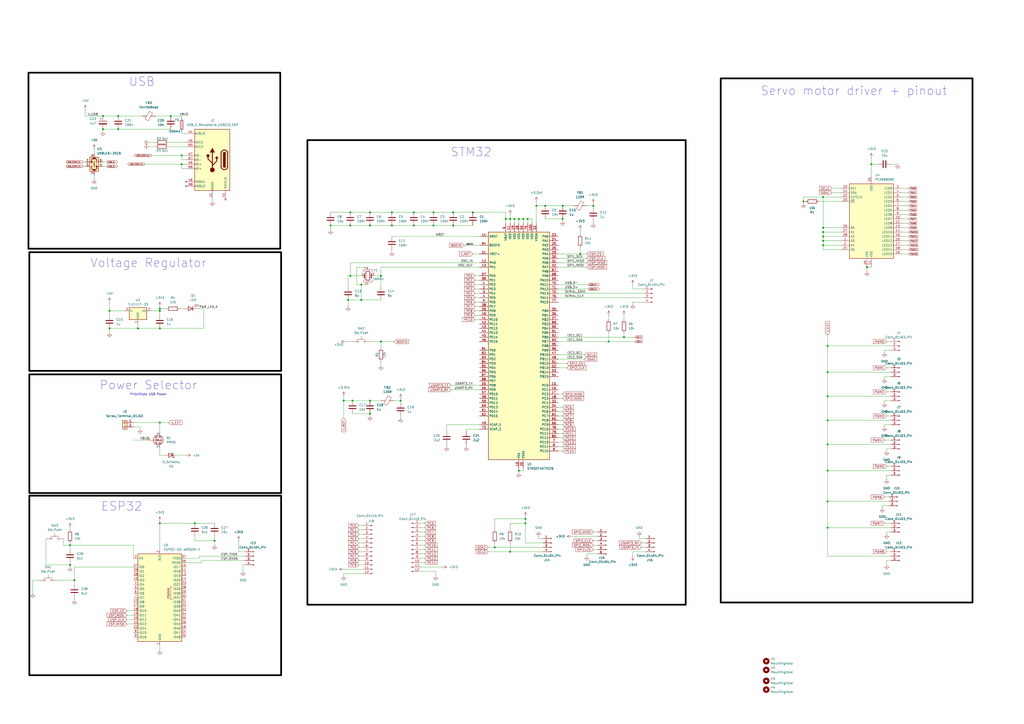
<source format=kicad_sch>
(kicad_sch (version 20250114) (generator "eeschema") (generator_version "9.0")
  (paper "A2")
  (rectangle (start 178.308 81.28) (end 397.764 350.774) (stroke (width 1) (color 0 0 0 1)))
  (rectangle (start 17.018 217.17) (end 163.068 286.004) (stroke (width 1) (color 0 0 0 1)))
  (rectangle (start 17.018 146.304) (end 163.068 215.138) (stroke (width 1) (color 0 0 0 1)))
  (rectangle (start 418.084 45.466) (end 564.134 349.504) (stroke (width 1) (color 0 0 0 1)))
  (rectangle (start 17.018 287.528) (end 163.068 391.668) (stroke (width 1) (color 0 0 0 1)))
  (rectangle (start 16.51 42.164) (end 162.56 144.272) (stroke (width 1) (color 0 0 0 1)))
  (text "ESP32" (at 70.612 293.878 0) (effects (font (size 5 5))))
  (text "STM32" (at 273.304 88.392 0) (effects (font (size 5 5))))
  (text "Servo motor driver + pinout" (at 495.3 52.832 0) (effects (font (size 5 5))))
  (text "Power Selector" (at 86.106 223.52 0) (effects (font (size 5 5))))
  (text "Voltage Regulator" (at 86.106 152.654 0) (effects (font (size 5 5))))
  (text "Prioritizes USB Power" (at 86.106 228.854 0) (effects (font (size 1.27 1.27))))
  (text "USB" (at 82.296 47.498 0) (effects (font (size 5 5))))
  (junction (at 300.99 127))
  (junction (at 480.06 243.84))
  (junction (at 274.32 123.19))
  (junction (at 105.41 90.17))
  (junction (at 220.98 198.12))
  (junction (at 63.5 180.34))
  (junction (at 480.06 229.87))
  (junction (at 505.46 95.25))
  (junction (at 59.69 67.31))
  (junction (at 304.8 300.99))
  (junction (at 232.41 232.41))
  (junction (at 203.2 160.02))
  (junction (at 466.09 116.84))
  (junction (at 92.71 179.07))
  (junction (at 477.52 114.3))
  (junction (at 304.8 303.53))
  (junction (at 287.02 317.5))
  (junction (at 502.92 154.94))
  (junction (at 214.63 240.03))
  (junction (at 298.45 127))
  (junction (at 209.55 165.1))
  (junction (at 203.2 130.81))
  (junction (at 220.98 160.02))
  (junction (at 303.53 127))
  (junction (at 214.63 232.41))
  (junction (at 227.33 123.19))
  (junction (at 353.06 198.12))
  (junction (at 480.06 200.66))
  (junction (at 209.55 173.99))
  (junction (at 105.41 95.25))
  (junction (at 251.46 123.19))
  (junction (at 477.52 132.08))
  (junction (at 40.64 327.66))
  (junction (at 477.52 137.16))
  (junction (at 477.52 134.62))
  (junction (at 113.03 303.53))
  (junction (at 262.89 123.19))
  (junction (at 480.06 290.83))
  (junction (at 204.47 232.41))
  (junction (at 477.52 139.7))
  (junction (at 63.5 190.5))
  (junction (at 306.07 127))
  (junction (at 477.52 142.24))
  (junction (at 92.71 245.11))
  (junction (at 124.46 313.69))
  (junction (at 214.63 130.81))
  (junction (at 92.71 190.5))
  (junction (at 203.2 123.19))
  (junction (at 480.06 273.05))
  (junction (at 80.01 190.5))
  (junction (at 480.06 215.9))
  (junction (at 40.64 316.23))
  (junction (at 191.77 130.81))
  (junction (at 240.03 130.81))
  (junction (at 326.39 127))
  (junction (at 336.55 147.32))
  (junction (at 480.06 306.07))
  (junction (at 240.03 123.19))
  (junction (at 316.23 119.38))
  (junction (at 68.58 67.31))
  (junction (at 300.99 273.05))
  (junction (at 92.71 303.53))
  (junction (at 92.71 180.34))
  (junction (at 214.63 123.19))
  (junction (at 361.95 195.58))
  (junction (at 251.46 130.81))
  (junction (at 293.37 127))
  (junction (at 199.39 232.41))
  (junction (at 326.39 119.38))
  (junction (at 480.06 257.81))
  (junction (at 43.18 336.55))
  (junction (at 201.93 173.99))
  (junction (at 99.06 67.31))
  (junction (at 344.17 119.38))
  (junction (at 295.91 127))
  (junction (at 59.69 74.93))
  (junction (at 295.91 320.04))
  (junction (at 262.89 130.81))
  (junction (at 227.33 130.81))
  (junction (at 311.15 119.38))
  (junction (at 68.58 74.93))
  (no_connect (at 130.81 115.57))
  (no_connect (at 107.95 105.41))
  (no_connect (at 107.95 107.95))
  (wire (pts (xy 323.85 236.22) (xy 326.39 236.22)))
  (wire (pts (xy 274.32 147.32) (xy 278.13 147.32)))
  (wire (pts (xy 200.66 198.12) (xy 204.47 198.12)))
  (wire (pts (xy 48.26 93.98) (xy 49.53 93.98)))
  (wire (pts (xy 203.2 130.81) (xy 214.63 130.81)))
  (wire (pts (xy 303.53 273.05) (xy 300.99 273.05)))
  (wire (pts (xy 208.28 314.96) (xy 210.82 314.96)))
  (wire (pts (xy 243.84 326.39) (xy 246.38 326.39)))
  (wire (pts (xy 487.68 132.08) (xy 477.52 132.08)))
  (wire (pts (xy 77.47 255.27) (xy 85.09 255.27)))
  (wire (pts (xy 208.28 309.88) (xy 210.82 309.88)))
  (wire (pts (xy 306.07 127) (xy 308.61 127)))
  (wire (pts (xy 303.53 129.54) (xy 303.53 127)))
  (wire (pts (xy 295.91 320.04) (xy 314.96 320.04)))
  (wire (pts (xy 243.84 328.93) (xy 256.54 328.93)))
  (wire (pts (xy 113.03 311.15) (xy 113.03 313.69)))
  (wire (pts (xy 107.95 326.39) (xy 116.84 326.39)))
  (wire (pts (xy 477.52 134.62) (xy 477.52 132.08)))
  (wire (pts (xy 323.85 256.54) (xy 326.39 256.54)))
  (wire (pts (xy 487.68 114.3) (xy 477.52 114.3)))
  (wire (pts (xy 514.35 275.59) (xy 514.35 278.13)))
  (wire (pts (xy 505.46 95.25) (xy 509.27 95.25)))
  (wire (pts (xy 208.28 322.58) (xy 210.82 322.58)))
  (wire (pts (xy 523.24 127) (xy 527.05 127)))
  (wire (pts (xy 77.47 316.23) (xy 77.47 323.85)))
  (wire (pts (xy 516.89 308.61) (xy 514.35 308.61)))
  (wire (pts (xy 303.53 271.78) (xy 303.53 273.05)))
  (wire (pts (xy 92.71 182.88) (xy 92.71 180.34)))
  (wire (pts (xy 73.66 359.41) (xy 77.47 359.41)))
  (wire (pts (xy 353.06 182.88) (xy 353.06 185.42)))
  (wire (pts (xy 306.07 129.54) (xy 306.07 127)))
  (wire (pts (xy 92.71 180.34) (xy 87.63 180.34)))
  (wire (pts (xy 474.98 116.84) (xy 487.68 116.84)))
  (wire (pts (xy 36.83 316.23) (xy 36.83 312.42)))
  (wire (pts (xy 191.77 130.81) (xy 191.77 133.35)))
  (wire (pts (xy 323.85 231.14) (xy 326.39 231.14)))
  (wire (pts (xy 287.02 307.34) (xy 287.02 300.99)))
  (wire (pts (xy 99.06 67.31) (xy 105.41 67.31)))
  (wire (pts (xy 40.64 306.07) (xy 40.64 307.34)))
  (wire (pts (xy 516.89 306.07) (xy 480.06 306.07)))
  (wire (pts (xy 514.35 241.3) (xy 516.89 241.3)))
  (wire (pts (xy 361.95 182.88) (xy 361.95 185.42)))
  (wire (pts (xy 487.68 142.24) (xy 477.52 142.24)))
  (wire (pts (xy 261.62 226.06) (xy 278.13 226.06)))
  (wire (pts (xy 227.33 130.81) (xy 240.03 130.81)))
  (wire (pts (xy 336.55 147.32) (xy 340.36 147.32)))
  (wire (pts (xy 86.36 85.09) (xy 90.17 85.09)))
  (wire (pts (xy 140.97 327.66) (xy 142.24 327.66)))
  (wire (pts (xy 372.11 317.5) (xy 374.65 317.5)))
  (wire (pts (xy 251.46 130.81) (xy 262.89 130.81)))
  (wire (pts (xy 92.71 303.53) (xy 92.71 318.77)))
  (wire (pts (xy 516.89 215.9) (xy 480.06 215.9)))
  (wire (pts (xy 361.95 195.58) (xy 368.3 195.58)))
  (wire (pts (xy 243.84 331.47) (xy 252.73 331.47)))
  (wire (pts (xy 513.08 203.2) (xy 513.08 204.47)))
  (wire (pts (xy 43.18 336.55) (xy 43.18 328.93)))
  (wire (pts (xy 203.2 123.19) (xy 214.63 123.19)))
  (wire (pts (xy 323.85 243.84) (xy 326.39 243.84)))
  (wire (pts (xy 480.06 290.83) (xy 480.06 306.07)))
  (wire (pts (xy 477.52 139.7) (xy 477.52 137.16)))
  (wire (pts (xy 275.59 167.64) (xy 278.13 167.64)))
  (wire (pts (xy 323.85 213.36) (xy 328.93 213.36)))
  (wire (pts (xy 323.85 152.4) (xy 340.36 152.4)))
  (wire (pts (xy 515.62 293.37) (xy 511.81 293.37)))
  (wire (pts (xy 105.41 77.47) (xy 105.41 76.2)))
  (wire (pts (xy 323.85 228.6) (xy 326.39 228.6)))
  (wire (pts (xy 300.99 127) (xy 303.53 127)))
  (wire (pts (xy 523.24 129.54) (xy 527.05 129.54)))
  (wire (pts (xy 480.06 215.9) (xy 480.06 200.66)))
  (wire (pts (xy 323.85 238.76) (xy 326.39 238.76)))
  (wire (pts (xy 240.03 130.81) (xy 251.46 130.81)))
  (wire (pts (xy 336.55 133.35) (xy 336.55 135.89)))
  (wire (pts (xy 516.89 95.25) (xy 520.7 95.25)))
  (wire (pts (xy 227.33 144.78) (xy 227.33 146.05)))
  (wire (pts (xy 40.64 326.39) (xy 40.64 327.66)))
  (wire (pts (xy 81.28 247.65) (xy 81.28 248.92)))
  (wire (pts (xy 113.03 303.53) (xy 124.46 303.53)))
  (wire (pts (xy 240.03 123.19) (xy 251.46 123.19)))
  (wire (pts (xy 209.55 165.1) (xy 209.55 173.99)))
  (wire (pts (xy 203.2 152.4) (xy 278.13 152.4)))
  (wire (pts (xy 92.71 177.8) (xy 92.71 179.07)))
  (wire (pts (xy 105.41 92.71) (xy 105.41 90.17)))
  (wire (pts (xy 331.47 311.15) (xy 346.71 311.15)))
  (wire (pts (xy 275.59 185.42) (xy 278.13 185.42)))
  (wire (pts (xy 54.61 86.36) (xy 54.61 88.9)))
  (wire (pts (xy 283.21 317.5) (xy 287.02 317.5)))
  (wire (pts (xy 502.92 154.94) (xy 505.46 154.94)))
  (wire (pts (xy 300.99 273.05) (xy 300.99 274.32)))
  (wire (pts (xy 311.15 119.38) (xy 311.15 129.54)))
  (wire (pts (xy 208.28 304.8) (xy 210.82 304.8)))
  (wire (pts (xy 323.85 154.94) (xy 340.36 154.94)))
  (wire (pts (xy 361.95 193.04) (xy 361.95 195.58)))
  (wire (pts (xy 373.38 167.64) (xy 367.03 167.64)))
  (wire (pts (xy 523.24 142.24) (xy 527.05 142.24)))
  (wire (pts (xy 123.19 115.57) (xy 123.19 116.84)))
  (wire (pts (xy 68.58 74.93) (xy 99.06 74.93)))
  (wire (pts (xy 323.85 205.74) (xy 339.09 205.74)))
  (wire (pts (xy 97.79 82.55) (xy 107.95 82.55)))
  (wire (pts (xy 92.71 374.65) (xy 92.71 377.19)))
  (wire (pts (xy 243.84 311.15) (xy 246.38 311.15)))
  (wire (pts (xy 201.93 166.37) (xy 201.93 160.02)))
  (wire (pts (xy 316.23 119.38) (xy 311.15 119.38)))
  (wire (pts (xy 466.09 114.3) (xy 466.09 116.84)))
  (wire (pts (xy 220.98 160.02) (xy 220.98 166.37)))
  (wire (pts (xy 283.21 320.04) (xy 295.91 320.04)))
  (wire (pts (xy 83.82 95.25) (xy 105.41 95.25)))
  (wire (pts (xy 208.28 327.66) (xy 210.82 327.66)))
  (wire (pts (xy 523.24 119.38) (xy 527.05 119.38)))
  (wire (pts (xy 514.35 270.51) (xy 516.89 270.51)))
  (wire (pts (xy 344.17 128.27) (xy 344.17 129.54)))
  (wire (pts (xy 344.17 313.69) (xy 346.71 313.69)))
  (wire (pts (xy 523.24 139.7) (xy 527.05 139.7)))
  (wire (pts (xy 516.89 273.05) (xy 480.06 273.05)))
  (wire (pts (xy 59.69 93.98) (xy 62.23 93.98)))
  (wire (pts (xy 90.17 67.31) (xy 99.06 67.31)))
  (wire (pts (xy 516.89 275.59) (xy 514.35 275.59)))
  (wire (pts (xy 480.06 200.66) (xy 516.89 200.66)))
  (wire (pts (xy 344.17 118.11) (xy 344.17 119.38)))
  (wire (pts (xy 316.23 127) (xy 326.39 127)))
  (wire (pts (xy 513.08 255.27) (xy 516.89 255.27)))
  (wire (pts (xy 217.17 160.02) (xy 220.98 160.02)))
  (wire (pts (xy 116.84 326.39) (xy 116.84 325.12)))
  (wire (pts (xy 295.91 314.96) (xy 295.91 320.04)))
  (wire (pts (xy 262.89 130.81) (xy 274.32 130.81)))
  (wire (pts (xy 92.71 245.11) (xy 92.71 250.19)))
  (wire (pts (xy 304.8 303.53) (xy 304.8 314.96)))
  (wire (pts (xy 373.38 175.26) (xy 367.03 175.26)))
  (wire (pts (xy 209.55 165.1) (xy 213.36 165.1)))
  (wire (pts (xy 199.39 332.74) (xy 199.39 334.01)))
  (wire (pts (xy 80.01 190.5) (xy 92.71 190.5)))
  (wire (pts (xy 275.59 172.72) (xy 278.13 172.72)))
  (wire (pts (xy 323.85 241.3) (xy 326.39 241.3)))
  (wire (pts (xy 523.24 116.84) (xy 527.05 116.84)))
  (wire (pts (xy 138.43 313.69) (xy 138.43 320.04)))
  (wire (pts (xy 516.89 229.87) (xy 480.06 229.87)))
  (wire (pts (xy 505.46 95.25) (xy 505.46 101.6)))
  (wire (pts (xy 344.17 308.61) (xy 346.71 308.61)))
  (wire (pts (xy 68.58 67.31) (xy 82.55 67.31)))
  (wire (pts (xy 514.35 325.12) (xy 514.35 327.66)))
  (wire (pts (xy 113.03 313.69) (xy 124.46 313.69)))
  (wire (pts (xy 523.24 144.78) (xy 527.05 144.78)))
  (wire (pts (xy 516.89 260.35) (xy 514.35 260.35)))
  (wire (pts (xy 92.71 264.16) (xy 95.25 264.16)))
  (wire (pts (xy 516.89 257.81) (xy 480.06 257.81)))
  (wire (pts (xy 295.91 303.53) (xy 304.8 303.53)))
  (wire (pts (xy 516.89 243.84) (xy 480.06 243.84)))
  (wire (pts (xy 287.02 314.96) (xy 287.02 317.5)))
  (wire (pts (xy 207.01 154.94) (xy 207.01 165.1)))
  (wire (pts (xy 372.11 314.96) (xy 374.65 314.96)))
  (wire (pts (xy 278.13 246.38) (xy 259.08 246.38)))
  (wire (pts (xy 275.59 175.26) (xy 278.13 175.26)))
  (wire (pts (xy 49.53 67.31) (xy 59.69 67.31)))
  (wire (pts (xy 340.36 322.58) (xy 340.36 321.31)))
  (wire (pts (xy 80.01 187.96) (xy 80.01 190.5)))
  (wire (pts (xy 220.98 198.12) (xy 220.98 201.93)))
  (wire (pts (xy 323.85 251.46) (xy 326.39 251.46)))
  (wire (pts (xy 367.03 320.04) (xy 367.03 322.58)))
  (wire (pts (xy 323.85 208.28) (xy 339.09 208.28)))
  (wire (pts (xy 514.35 213.36) (xy 516.89 213.36)))
  (wire (pts (xy 300.99 271.78) (xy 300.99 273.05)))
  (wire (pts (xy 505.46 91.44) (xy 505.46 95.25)))
  (wire (pts (xy 275.59 180.34) (xy 278.13 180.34)))
  (wire (pts (xy 316.23 119.38) (xy 326.39 119.38)))
  (wire (pts (xy 295.91 307.34) (xy 295.91 303.53)))
  (wire (pts (xy 275.59 160.02) (xy 278.13 160.02)))
  (wire (pts (xy 344.17 318.77) (xy 346.71 318.77)))
  (wire (pts (xy 204.47 232.41) (xy 199.39 232.41)))
  (wire (pts (xy 477.52 142.24) (xy 477.52 139.7)))
  (wire (pts (xy 480.06 306.07) (xy 480.06 322.58)))
  (wire (pts (xy 138.43 320.04) (xy 142.24 320.04)))
  (wire (pts (xy 323.85 210.82) (xy 328.93 210.82)))
  (wire (pts (xy 523.24 111.76) (xy 527.05 111.76)))
  (wire (pts (xy 63.5 190.5) (xy 80.01 190.5)))
  (wire (pts (xy 63.5 175.26) (xy 63.5 180.34)))
  (wire (pts (xy 295.91 127) (xy 298.45 127)))
  (wire (pts (xy 105.41 68.58) (xy 105.41 67.31)))
  (wire (pts (xy 59.69 96.52) (xy 62.23 96.52)))
  (wire (pts (xy 107.95 92.71) (xy 105.41 92.71)))
  (wire (pts (xy 209.55 173.99) (xy 220.98 173.99)))
  (wire (pts (xy 92.71 302.26) (xy 92.71 303.53)))
  (wire (pts (xy 514.35 227.33) (xy 516.89 227.33)))
  (wire (pts (xy 523.24 132.08) (xy 527.05 132.08)))
  (wire (pts (xy 124.46 311.15) (xy 124.46 313.69)))
  (wire (pts (xy 118.11 179.07) (xy 114.3 179.07)))
  (wire (pts (xy 480.06 257.81) (xy 480.06 273.05)))
  (wire (pts (xy 323.85 147.32) (xy 336.55 147.32)))
  (wire (pts (xy 312.42 311.15) (xy 312.42 312.42)))
  (wire (pts (xy 482.6 109.22) (xy 487.68 109.22)))
  (wire (pts (xy 97.79 85.09) (xy 107.95 85.09)))
  (wire (pts (xy 275.59 182.88) (xy 278.13 182.88)))
  (wire (pts (xy 480.06 229.87) (xy 480.06 215.9)))
  (wire (pts (xy 201.93 173.99) (xy 201.93 177.8)))
  (wire (pts (xy 323.85 248.92) (xy 326.39 248.92)))
  (wire (pts (xy 214.63 123.19) (xy 227.33 123.19)))
  (wire (pts (xy 203.2 160.02) (xy 203.2 152.4)))
  (wire (pts (xy 523.24 147.32) (xy 527.05 147.32)))
  (wire (pts (xy 480.06 243.84) (xy 480.06 229.87)))
  (wire (pts (xy 514.35 260.35) (xy 514.35 261.62)))
  (wire (pts (xy 243.84 313.69) (xy 246.38 313.69)))
  (wire (pts (xy 243.84 306.07) (xy 246.38 306.07)))
  (wire (pts (xy 19.05 336.55) (xy 19.05 344.17)))
  (wire (pts (xy 210.82 332.74) (xy 199.39 332.74)))
  (wire (pts (xy 92.71 179.07) (xy 92.71 180.34)))
  (wire (pts (xy 208.28 312.42) (xy 210.82 312.42)))
  (wire (pts (xy 367.03 167.64) (xy 367.03 165.1)))
  (wire (pts (xy 516.89 325.12) (xy 514.35 325.12)))
  (wire (pts (xy 243.84 308.61) (xy 246.38 308.61)))
  (wire (pts (xy 259.08 246.38) (xy 259.08 250.19)))
  (wire (pts (xy 516.89 218.44) (xy 513.08 218.44)))
  (wire (pts (xy 214.63 240.03) (xy 214.63 241.3)))
  (wire (pts (xy 480.06 194.31) (xy 480.06 200.66)))
  (wire (pts (xy 477.52 137.16) (xy 477.52 134.62)))
  (wire (pts (xy 513.08 246.38) (xy 513.08 247.65)))
  (wire (pts (xy 220.98 160.02) (xy 220.98 154.94)))
  (wire (pts (xy 40.64 316.23) (xy 40.64 318.77)))
  (wire (pts (xy 513.08 232.41) (xy 513.08 233.68)))
  (wire (pts (xy 344.17 119.38) (xy 344.17 120.65)))
  (wire (pts (xy 323.85 254) (xy 326.39 254)))
  (wire (pts (xy 26.67 327.66) (xy 40.64 327.66)))
  (wire (pts (xy 293.37 123.19) (xy 293.37 127)))
  (wire (pts (xy 40.64 314.96) (xy 40.64 316.23)))
  (wire (pts (xy 275.59 165.1) (xy 278.13 165.1)))
  (wire (pts (xy 243.84 318.77) (xy 246.38 318.77)))
  (wire (pts (xy 480.06 273.05) (xy 480.06 290.83)))
  (wire (pts (xy 227.33 137.16) (xy 278.13 137.16)))
  (wire (pts (xy 201.93 173.99) (xy 209.55 173.99)))
  (wire (pts (xy 511.81 293.37) (xy 511.81 294.64)))
  (wire (pts (xy 73.66 354.33) (xy 77.47 354.33)))
  (wire (pts (xy 308.61 129.54) (xy 308.61 127)))
  (wire (pts (xy 259.08 257.81) (xy 259.08 259.08)))
  (wire (pts (xy 477.52 132.08) (xy 477.52 114.3)))
  (wire (pts (xy 105.41 95.25) (xy 107.95 95.25)))
  (wire (pts (xy 191.77 123.19) (xy 203.2 123.19)))
  (wire (pts (xy 201.93 160.02) (xy 203.2 160.02)))
  (wire (pts (xy 374.65 312.42) (xy 370.84 312.42)))
  (wire (pts (xy 323.85 195.58) (xy 361.95 195.58)))
  (wire (pts (xy 116.84 325.12) (xy 142.24 325.12)))
  (wire (pts (xy 204.47 232.41) (xy 214.63 232.41)))
  (wire (pts (xy 243.84 321.31) (xy 246.38 321.31)))
  (wire (pts (xy 300.99 129.54) (xy 300.99 127)))
  (wire (pts (xy 118.11 179.07) (xy 118.11 190.5)))
  (wire (pts (xy 287.02 300.99) (xy 304.8 300.99)))
  (wire (pts (xy 270.51 257.81) (xy 270.51 259.08)))
  (wire (pts (xy 323.85 149.86) (xy 340.36 149.86)))
  (wire (pts (xy 340.36 119.38) (xy 344.17 119.38)))
  (wire (pts (xy 353.06 193.04) (xy 353.06 198.12)))
  (wire (pts (xy 92.71 179.07) (xy 96.52 179.07)))
  (wire (pts (xy 220.98 198.12) (xy 228.6 198.12)))
  (wire (pts (xy 487.68 134.62) (xy 477.52 134.62)))
  (wire (pts (xy 228.6 232.41) (xy 232.41 232.41)))
  (wire (pts (xy 374.65 320.04) (xy 367.03 320.04)))
  (wire (pts (xy 77.47 245.11) (xy 92.71 245.11)))
  (wire (pts (xy 124.46 313.69) (xy 124.46 316.23)))
  (wire (pts (xy 323.85 259.08) (xy 326.39 259.08)))
  (wire (pts (xy 104.14 179.07) (xy 106.68 179.07)))
  (wire (pts (xy 92.71 260.35) (xy 92.71 264.16)))
  (wire (pts (xy 275.59 170.18) (xy 278.13 170.18)))
  (wire (pts (xy 252.73 331.47) (xy 252.73 334.01)))
  (wire (pts (xy 107.95 97.79) (xy 105.41 97.79)))
  (wire (pts (xy 370.84 312.42) (xy 370.84 311.15)))
  (wire (pts (xy 487.68 137.16) (xy 477.52 137.16)))
  (wire (pts (xy 480.06 243.84) (xy 480.06 257.81)))
  (wire (pts (xy 516.89 232.41) (xy 513.08 232.41)))
  (wire (pts (xy 59.69 74.93) (xy 68.58 74.93)))
  (wire (pts (xy 367.03 175.26) (xy 367.03 176.53)))
  (wire (pts (xy 208.28 317.5) (xy 210.82 317.5)))
  (wire (pts (xy 49.53 63.5) (xy 49.53 67.31)))
  (wire (pts (xy 243.84 316.23) (xy 246.38 316.23)))
  (wire (pts (xy 323.85 261.62) (xy 326.39 261.62)))
  (wire (pts (xy 115.57 322.58) (xy 142.24 322.58)))
  (wire (pts (xy 275.59 162.56) (xy 278.13 162.56)))
  (wire (pts (xy 208.28 325.12) (xy 210.82 325.12)))
  (wire (pts (xy 326.39 127) (xy 326.39 128.27)))
  (wire (pts (xy 63.5 182.88) (xy 63.5 180.34)))
  (wire (pts (xy 232.41 231.14) (xy 232.41 232.41)))
  (wire (pts (xy 118.11 190.5) (xy 92.71 190.5)))
  (wire (pts (xy 107.95 323.85) (xy 115.57 323.85)))
  (wire (pts (xy 295.91 127) (xy 295.91 129.54)))
  (wire (pts (xy 487.68 144.78) (xy 477.52 144.78)))
  (wire (pts (xy 287.02 317.5) (xy 314.96 317.5)))
  (wire (pts (xy 209.55 160.02) (xy 203.2 160.02)))
  (wire (pts (xy 270.51 248.92) (xy 270.51 250.19)))
  (wire (pts (xy 220.98 209.55) (xy 220.98 212.09)))
  (wire (pts (xy 323.85 246.38) (xy 326.39 246.38)))
  (wire (pts (xy 513.08 288.29) (xy 515.62 288.29)))
  (wire (pts (xy 523.24 114.3) (xy 527.05 114.3)))
  (wire (pts (xy 213.36 154.94) (xy 207.01 154.94)))
  (wire (pts (xy 298.45 129.54) (xy 298.45 127)))
  (wire (pts (xy 516.89 246.38) (xy 513.08 246.38)))
  (wire (pts (xy 105.41 97.79) (xy 105.41 95.25)))
  (wire (pts (xy 59.69 67.31) (xy 68.58 67.31)))
  (wire (pts (xy 323.85 165.1) (xy 341.63 165.1)))
  (wire (pts (xy 295.91 124.46) (xy 295.91 127)))
  (wire (pts (xy 63.5 180.34) (xy 72.39 180.34)))
  (wire (pts (xy 86.36 82.55) (xy 90.17 82.55)))
  (wire (pts (xy 513.08 303.53) (xy 516.89 303.53)))
  (wire (pts (xy 87.63 90.17) (xy 105.41 90.17)))
  (wire (pts (xy 487.68 139.7) (xy 477.52 139.7)))
  (wire (pts (xy 232.41 241.3) (xy 232.41 242.57)))
  (wire (pts (xy 199.39 330.2) (xy 210.82 330.2)))
  (wire (pts (xy 275.59 177.8) (xy 278.13 177.8)))
  (wire (pts (xy 115.57 323.85) (xy 115.57 322.58)))
  (wire (pts (xy 326.39 119.38) (xy 332.74 119.38)))
  (wire (pts (xy 208.28 307.34) (xy 210.82 307.34)))
  (wire (pts (xy 243.84 323.85) (xy 246.38 323.85)))
  (wire (pts (xy 482.6 111.76) (xy 487.68 111.76)))
  (wire (pts (xy 92.71 303.53) (xy 113.03 303.53)))
  (wire (pts (xy 77.47 247.65) (xy 81.28 247.65)))
  (wire (pts (xy 204.47 240.03) (xy 214.63 240.03)))
  (wire (pts (xy 48.26 96.52) (xy 49.53 96.52)))
  (wire (pts (xy 54.61 101.6) (xy 54.61 104.14)))
  (wire (pts (xy 513.08 218.44) (xy 513.08 219.71)))
  (wire (pts (xy 304.8 299.72) (xy 304.8 300.99)))
  (wire (pts (xy 243.84 303.53) (xy 246.38 303.53)))
  (wire (pts (xy 298.45 127) (xy 300.99 127)))
  (wire (pts (xy 77.47 316.23) (xy 40.64 316.23)))
  (wire (pts (xy 73.66 361.95) (xy 77.47 361.95)))
  (wire (pts (xy 214.63 130.81) (xy 227.33 130.81)))
  (wire (pts (xy 311.15 116.84) (xy 311.15 119.38)))
  (wire (pts (xy 43.18 346.71) (xy 43.18 347.98)))
  (wire (pts (xy 199.39 232.41) (xy 199.39 242.57)))
  (wire (pts (xy 140.97 331.47) (xy 140.97 327.66)))
  (wire (pts (xy 105.41 90.17) (xy 107.95 90.17)))
  (wire (pts (xy 523.24 134.62) (xy 527.05 134.62)))
  (wire (pts (xy 63.5 190.5) (xy 63.5 193.04)))
  (wire (pts (xy 523.24 124.46) (xy 527.05 124.46)))
  (wire (pts (xy 304.8 300.99) (xy 304.8 303.53)))
  (wire (pts (xy 107.95 77.47) (xy 105.41 77.47)))
  (wire (pts (xy 261.62 223.52) (xy 278.13 223.52)))
  (wire (pts (xy 323.85 170.18) (xy 373.38 170.18)))
  (wire (pts (xy 199.39 229.87) (xy 199.39 232.41)))
  (wire (pts (xy 477.52 144.78) (xy 477.52 142.24)))
  (wire (pts (xy 477.52 114.3) (xy 466.09 114.3)))
  (wire (pts (xy 323.85 198.12) (xy 353.06 198.12)))
  (wire (pts (xy 323.85 172.72) (xy 373.38 172.72)))
  (wire (pts (xy 208.28 320.04) (xy 210.82 320.04)))
  (wire (pts (xy 214.63 232.41) (xy 220.98 232.41)))
  (wire (pts (xy 293.37 127) (xy 295.91 127)))
  (wire (pts (xy 336.55 143.51) (xy 336.55 147.32)))
  (wire (pts (xy 306.07 127) (xy 303.53 127)))
  (wire (pts (xy 22.86 336.55) (xy 19.05 336.55)))
  (wire (pts (xy 516.89 203.2) (xy 513.08 203.2)))
  (wire (pts (xy 92.71 245.11) (xy 97.79 245.11)))
  (wire (pts (xy 59.69 74.93) (xy 59.69 76.2)))
  (wire (pts (xy 312.42 312.42) (xy 314.96 312.42)))
  (wire (pts (xy 207.01 165.1) (xy 209.55 165.1)))
  (wire (pts (xy 40.64 316.23) (xy 36.83 316.23)))
  (wire (pts (xy 278.13 248.92) (xy 270.51 248.92)))
  (wire (pts (xy 73.66 356.87) (xy 77.47 356.87)))
  (wire (pts (xy 466.09 116.84) (xy 467.36 116.84)))
  (wire (pts (xy 293.37 129.54) (xy 293.37 127)))
  (wire (pts (xy 227.33 123.19) (xy 240.03 123.19)))
  (wire (pts (xy 523.24 137.16) (xy 527.05 137.16)))
  (wire (pts (xy 323.85 167.64) (xy 341.63 167.64)))
  (wire (pts (xy 191.77 130.81) (xy 203.2 130.81)))
  (wire (pts (xy 102.87 264.16) (xy 107.95 264.16)))
  (wire (pts (xy 232.41 232.41) (xy 232.41 233.68)))
  (wire (pts (xy 502.92 154.94) (xy 502.92 157.48)))
  (wire (pts (xy 43.18 328.93) (xy 77.47 328.93)))
  (wire (pts (xy 304.8 314.96) (xy 314.96 314.96)))
  (wire (pts (xy 251.46 123.19) (xy 262.89 123.19)))
  (wire (pts (xy 262.89 123.19) (xy 274.32 123.19)))
  (wire (pts (xy 214.63 198.12) (xy 220.98 198.12)))
  (wire (pts (xy 353.06 198.12) (xy 368.3 198.12)))
  (wire (pts (xy 515.62 290.83) (xy 480.06 290.83)))
  (wire (pts (xy 33.02 336.55) (xy 43.18 336.55)))
  (wire (pts (xy 40.64 327.66) (xy 40.64 328.93)))
  (wire (pts (xy 514.35 308.61) (xy 514.35 309.88)))
  (wire (pts (xy 523.24 121.92) (xy 527.05 121.92)))
  (wire (pts (xy 43.18 336.55) (xy 43.18 339.09)))
  (wire (pts (xy 516.89 322.58) (xy 480.06 322.58)))
  (wire (pts (xy 26.67 312.42) (xy 26.67 327.66)))
  (wire (pts (xy 514.35 198.12) (xy 516.89 198.12)))
  (wire (pts (xy 269.24 142.24) (xy 278.13 142.24)))
  (wire (pts (xy 523.24 109.22) (xy 527.05 109.22)))
  (wire (pts (xy 466.09 116.84) (xy 466.09 118.11)))
  (wire (pts (xy 344.17 316.23) (xy 346.71 316.23)))
  (wire (pts (xy 220.98 154.94) (xy 278.13 154.94)))
  (wire (pts (xy 514.35 320.04) (xy 516.89 320.04)))
  (wire (pts (xy 274.32 123.19) (xy 293.37 123.19)))
  (wire (pts (xy 340.36 321.31) (xy 346.71 321.31)))
  (label "SERIAL_CLK" (at 327.66 172.72 0))
  (label "ESP_RXD0" (at 128.27 325.12 0))
  (label "I2C2_SCL" (at 328.93 205.74 0))
  (label "SPI1_MOSI" (at 328.93 154.94 0))
  (label "SPI1_SCK" (at 328.93 149.86 0))
  (label "PWR_LED_K" (at 115.57 179.07 0))
  (label "USB_D-" (at 327.66 165.1 0))
  (label "V_USB" (at 50.8 67.31 0))
  (label "OSC_OUT" (at 274.32 154.94 180))
  (label "USB_D+" (at 327.66 167.64 0))
  (label "USART3_TX" (at 274.32 223.52 180))
  (label "BOOT0" (at 270.51 142.24 0) (effects (font (size 0.762 0.762))))
  (label "I2C2_SDA" (at 328.93 208.28 0))
  (label "NRST" (at 252.73 137.16 0))
  (label "OSC_IN" (at 274.32 152.4 180))
  (label "I2C1_SCL" (at 328.93 195.58 0))
  (label "SERIAL_SDIO" (at 327.66 170.18 0))
  (label "SPI1_MISO" (at 328.93 152.4 0))
  (label "USART3_RX" (at 274.32 226.06 180))
  (label "I2C1_SDA" (at 328.93 198.12 0))
  (label "VBUS" (at 104.14 67.31 0))
  (label "ESP_TXD0" (at 128.27 322.58 0))
  (label "VBUS" (at 81.28 255.27 0))
  (global_label "USB_CONN_D-" (shape input) (at 48.26 93.98 180) (effects (font (size 0.762 0.762))) (property "Intersheetrefs" "${INTERSHEET_REFS}" (effects (hide yes))))
  (global_label "PWM6" (shape input) (at 527.05 124.46 0) (effects (font (size 0.762 0.762))) (property "Intersheetrefs" "${INTERSHEET_REFS}" (effects (hide yes))))
  (global_label "SPI2_CS" (shape input) (at 344.17 318.77 180) (property "Intersheetrefs" "${INTERSHEET_REFS}" (effects (hide yes))))
  (global_label "PC14" (shape input) (at 326.39 259.08 0) (property "Intersheetrefs" "${INTERSHEET_REFS}" (effects (hide yes))))
  (global_label "PE7" (shape input) (at 275.59 177.8 180) (property "Intersheetrefs" "${INTERSHEET_REFS}" (effects (hide yes))))
  (global_label "ESP_CS" (shape input) (at 340.36 147.32 0) (property "Intersheetrefs" "${INTERSHEET_REFS}" (effects (hide yes))))
  (global_label "V_REF" (shape input) (at 274.32 147.32 180) (property "Intersheetrefs" "${INTERSHEET_REFS}" (effects (hide yes))))
  (global_label "PE9" (shape input) (at 208.28 327.66 180) (property "Intersheetrefs" "${INTERSHEET_REFS}" (effects (hide yes))))
  (global_label "PWM15" (shape input) (at 527.05 147.32 0) (effects (font (size 0.762 0.762))) (property "Intersheetrefs" "${INTERSHEET_REFS}" (effects (hide yes))))
  (global_label "BOOT0" (shape input) (at 269.24 142.24 180) (property "Intersheetrefs" "${INTERSHEET_REFS}" (effects (hide yes))))
  (global_label "ESP_MOSI" (shape input) (at 73.66 356.87 180) (property "Intersheetrefs" "${INTERSHEET_REFS}" (effects (hide yes))))
  (global_label "PE2" (shape input) (at 275.59 165.1 180) (property "Intersheetrefs" "${INTERSHEET_REFS}" (effects (hide yes))))
  (global_label "PWM1" (shape input) (at 527.05 111.76 0) (effects (font (size 0.762 0.762))) (property "Intersheetrefs" "${INTERSHEET_REFS}" (effects (hide yes))))
  (global_label "PC9" (shape input) (at 246.38 313.69 0) (property "Intersheetrefs" "${INTERSHEET_REFS}" (effects (hide yes))))
  (global_label "V_EXT" (shape input) (at 480.06 194.31 90) (property "Intersheetrefs" "${INTERSHEET_REFS}" (effects (hide yes))))
  (global_label "USB_CONN_D-" (shape output) (at 87.63 90.17 180) (effects (font (size 0.762 0.762))) (property "Intersheetrefs" "${INTERSHEET_REFS}" (effects (hide yes))))
  (global_label "PWM1" (shape input) (at 514.35 213.36 180) (property "Intersheetrefs" "${INTERSHEET_REFS}" (effects (hide yes))))
  (global_label "USART3_RX" (shape input) (at 372.11 314.96 180) (property "Intersheetrefs" "${INTERSHEET_REFS}" (effects (hide yes))))
  (global_label "PE3" (shape input) (at 208.28 312.42 180) (property "Intersheetrefs" "${INTERSHEET_REFS}" (effects (hide yes))))
  (global_label "PE4" (shape input) (at 275.59 170.18 180) (property "Intersheetrefs" "${INTERSHEET_REFS}" (effects (hide yes))))
  (global_label "PC13" (shape input) (at 326.39 256.54 0) (property "Intersheetrefs" "${INTERSHEET_REFS}" (effects (hide yes))))
  (global_label "PE1" (shape input) (at 208.28 307.34 180) (property "Intersheetrefs" "${INTERSHEET_REFS}" (effects (hide yes))))
  (global_label "SDA2" (shape input) (at 339.09 208.28 0) (property "Intersheetrefs" "${INTERSHEET_REFS}" (effects (hide yes))))
  (global_label "PC8" (shape input) (at 246.38 311.15 0) (property "Intersheetrefs" "${INTERSHEET_REFS}" (effects (hide yes))))
  (global_label "ESP_MISO" (shape input) (at 340.36 152.4 0) (property "Intersheetrefs" "${INTERSHEET_REFS}" (effects (hide yes))))
  (global_label "PC10" (shape input) (at 326.39 248.92 0) (property "Intersheetrefs" "${INTERSHEET_REFS}" (effects (hide yes))))
  (global_label "PE6" (shape input) (at 275.59 175.26 180) (property "Intersheetrefs" "${INTERSHEET_REFS}" (effects (hide yes))))
  (global_label "ESP_CLK" (shape input) (at 73.66 359.41 180) (property "Intersheetrefs" "${INTERSHEET_REFS}" (effects (hide yes))))
  (global_label "PC14" (shape input) (at 246.38 326.39 0) (property "Intersheetrefs" "${INTERSHEET_REFS}" (effects (hide yes))))
  (global_label "PE2" (shape input) (at 208.28 309.88 180) (property "Intersheetrefs" "${INTERSHEET_REFS}" (effects (hide yes))))
  (global_label "PE8" (shape input) (at 208.28 325.12 180) (property "Intersheetrefs" "${INTERSHEET_REFS}" (effects (hide yes))))
  (global_label "PC13" (shape input) (at 246.38 323.85 0) (property "Intersheetrefs" "${INTERSHEET_REFS}" (effects (hide yes))))
  (global_label "USB_CONN_D+" (shape input) (at 48.26 96.52 180) (effects (font (size 0.762 0.762))) (property "Intersheetrefs" "${INTERSHEET_REFS}" (effects (hide yes))))
  (global_label "SDA2" (shape input) (at 283.21 317.5 180) (property "Intersheetrefs" "${INTERSHEET_REFS}" (effects (hide yes))))
  (global_label "ESP_MOSI" (shape input) (at 340.36 154.94 0) (property "Intersheetrefs" "${INTERSHEET_REFS}" (effects (hide yes))))
  (global_label "PWM5" (shape input) (at 514.35 270.51 180) (property "Intersheetrefs" "${INTERSHEET_REFS}" (effects (hide yes))))
  (global_label "SDA1" (shape input) (at 368.3 198.12 0) (effects (font (size 0.762 0.762))) (property "Intersheetrefs" "${INTERSHEET_REFS}" (effects (hide yes))))
  (global_label "PWM7" (shape input) (at 513.08 303.53 180) (property "Intersheetrefs" "${INTERSHEET_REFS}" (effects (hide yes))))
  (global_label "USB_D+" (shape output) (at 341.63 167.64 0) (effects (font (size 0.762 0.762))) (property "Intersheetrefs" "${INTERSHEET_REFS}" (effects (hide yes))))
  (global_label "PE5" (shape input) (at 208.28 317.5 180) (property "Intersheetrefs" "${INTERSHEET_REFS}" (effects (hide yes))))
  (global_label "V_EXT" (shape input) (at 97.79 245.11 0) (property "Intersheetrefs" "${INTERSHEET_REFS}" (effects (hide yes))))
  (global_label "PC11" (shape input) (at 326.39 251.46 0) (property "Intersheetrefs" "${INTERSHEET_REFS}" (effects (hide yes))))
  (global_label "SCL2" (shape input) (at 283.21 320.04 180) (property "Intersheetrefs" "${INTERSHEET_REFS}" (effects (hide yes))))
  (global_label "PWM12" (shape input) (at 527.05 139.7 0) (effects (font (size 0.762 0.762))) (property "Intersheetrefs" "${INTERSHEET_REFS}" (effects (hide yes))))
  (global_label "PE10" (shape input) (at 275.59 185.42 180) (property "Intersheetrefs" "${INTERSHEET_REFS}" (effects (hide yes))))
  (global_label "PE9" (shape input) (at 275.59 182.88 180) (property "Intersheetrefs" "${INTERSHEET_REFS}" (effects (hide yes))))
  (global_label "V_REF" (shape input) (at 199.39 242.57 270) (property "Intersheetrefs" "${INTERSHEET_REFS}" (effects (hide yes))))
  (global_label "PE0" (shape input) (at 208.28 304.8 180) (property "Intersheetrefs" "${INTERSHEET_REFS}" (effects (hide yes))))
  (global_label "SPI2_CLK" (shape input) (at 328.93 213.36 0) (property "Intersheetrefs" "${INTERSHEET_REFS}" (effects (hide yes))))
  (global_label "PWM0" (shape input) (at 527.05 109.22 0) (effects (font (size 0.762 0.762))) (property "Intersheetrefs" "${INTERSHEET_REFS}" (effects (hide yes))))
  (global_label "PWM5" (shape input) (at 527.05 121.92 0) (effects (font (size 0.762 0.762))) (property "Intersheetrefs" "${INTERSHEET_REFS}" (effects (hide yes))))
  (global_label "PWM13" (shape input) (at 527.05 142.24 0) (effects (font (size 0.762 0.762))) (property "Intersheetrefs" "${INTERSHEET_REFS}" (effects (hide yes))))
  (global_label "SCL2" (shape input) (at 339.09 205.74 0) (property "Intersheetrefs" "${INTERSHEET_REFS}" (effects (hide yes))))
  (global_label "PC9" (shape input) (at 326.39 246.38 0) (property "Intersheetrefs" "${INTERSHEET_REFS}" (effects (hide yes))))
  (global_label "PWM3" (shape input) (at 527.05 116.84 0) (effects (font (size 0.762 0.762))) (property "Intersheetrefs" "${INTERSHEET_REFS}" (effects (hide yes))))
  (global_label "PC8" (shape input) (at 326.39 243.84 0) (property "Intersheetrefs" "${INTERSHEET_REFS}" (effects (hide yes))))
  (global_label "PC15" (shape input) (at 326.39 261.62 0) (property "Intersheetrefs" "${INTERSHEET_REFS}" (effects (hide yes))))
  (global_label "PWM11" (shape input) (at 527.05 137.16 0) (effects (font (size 0.762 0.762))) (property "Intersheetrefs" "${INTERSHEET_REFS}" (effects (hide yes))))
  (global_label "PE6" (shape input) (at 208.28 320.04 180) (property "Intersheetrefs" "${INTERSHEET_REFS}" (effects (hide yes))))
  (global_label "SPI2_MISO" (shape input) (at 326.39 228.6 0) (property "Intersheetrefs" "${INTERSHEET_REFS}" (effects (hide yes))))
  (global_label "USART3_TX" (shape input) (at 261.62 223.52 180) (property "Intersheetrefs" "${INTERSHEET_REFS}" (effects (hide yes))))
  (global_label "ESP_CS" (shape input) (at 73.66 354.33 180) (property "Intersheetrefs" "${INTERSHEET_REFS}" (effects (hide yes))))
  (global_label "PC12" (shape input) (at 246.38 321.31 0) (property "Intersheetrefs" "${INTERSHEET_REFS}" (effects (hide yes))))
  (global_label "PC12" (shape input) (at 326.39 254 0) (property "Intersheetrefs" "${INTERSHEET_REFS}" (effects (hide yes))))
  (global_label "PWM0" (shape input) (at 514.35 198.12 180) (property "Intersheetrefs" "${INTERSHEET_REFS}" (effects (hide yes))))
  (global_label "PWM9" (shape input) (at 527.05 132.08 0) (effects (font (size 0.762 0.762))) (property "Intersheetrefs" "${INTERSHEET_REFS}" (effects (hide yes))))
  (global_label "USB_D+" (shape output) (at 62.23 96.52 0) (effects (font (size 0.762 0.762))) (property "Intersheetrefs" "${INTERSHEET_REFS}" (effects (hide yes))))
  (global_label "PE5" (shape input) (at 275.59 172.72 180) (property "Intersheetrefs" "${INTERSHEET_REFS}" (effects (hide yes))))
  (global_label "SDA1" (shape input) (at 482.6 111.76 180) (property "Intersheetrefs" "${INTERSHEET_REFS}" (effects (hide yes))))
  (global_label "PC6" (shape input) (at 246.38 306.07 0) (property "Intersheetrefs" "${INTERSHEET_REFS}" (effects (hide yes))))
  (global_label "PWM8" (shape input) (at 514.35 320.04 180) (property "Intersheetrefs" "${INTERSHEET_REFS}" (effects (hide yes))))
  (global_label "PWM10" (shape input) (at 527.05 134.62 0) (effects (font (size 0.762 0.762))) (property "Intersheetrefs" "${INTERSHEET_REFS}" (effects (hide yes))))
  (global_label "SPI2_CLK" (shape input) (at 344.17 313.69 180) (property "Intersheetrefs" "${INTERSHEET_REFS}" (effects (hide yes))))
  (global_label "PWM8" (shape input) (at 527.05 129.54 0) (effects (font (size 0.762 0.762))) (property "Intersheetrefs" "${INTERSHEET_REFS}" (effects (hide yes))))
  (global_label "PC10" (shape input) (at 246.38 316.23 0) (property "Intersheetrefs" "${INTERSHEET_REFS}" (effects (hide yes))))
  (global_label "PWM14" (shape input) (at 527.05 144.78 0) (effects (font (size 0.762 0.762))) (property "Intersheetrefs" "${INTERSHEET_REFS}" (effects (hide yes))))
  (global_label "PC5" (shape input) (at 246.38 303.53 0) (property "Intersheetrefs" "${INTERSHEET_REFS}" (effects (hide yes))))
  (global_label "PE3" (shape input) (at 275.59 167.64 180) (property "Intersheetrefs" "${INTERSHEET_REFS}" (effects (hide yes))))
  (global_label "PC11" (shape input) (at 246.38 318.77 0) (property "Intersheetrefs" "${INTERSHEET_REFS}" (effects (hide yes))))
  (global_label "PC5" (shape input) (at 326.39 236.22 0) (property "Intersheetrefs" "${INTERSHEET_REFS}" (effects (hide yes))))
  (global_label "PE8" (shape input) (at 275.59 180.34 180) (property "Intersheetrefs" "${INTERSHEET_REFS}" (effects (hide yes))))
  (global_label "SCL1" (shape input) (at 482.6 109.22 180) (property "Intersheetrefs" "${INTERSHEET_REFS}" (effects (hide yes))))
  (global_label "SPI2_CS" (shape input) (at 328.93 210.82 0) (property "Intersheetrefs" "${INTERSHEET_REFS}" (effects (hide yes))))
  (global_label "PE1" (shape input) (at 275.59 162.56 180) (property "Intersheetrefs" "${INTERSHEET_REFS}" (effects (hide yes))))
  (global_label "ESP_MISO" (shape input) (at 73.66 361.95 180) (property "Intersheetrefs" "${INTERSHEET_REFS}" (effects (hide yes))))
  (global_label "ESP_CLK" (shape input) (at 340.36 149.86 0) (property "Intersheetrefs" "${INTERSHEET_REFS}" (effects (hide yes))))
  (global_label "PWM6" (shape input) (at 513.08 288.29 180) (property "Intersheetrefs" "${INTERSHEET_REFS}" (effects (hide yes))))
  (global_label "SPI2_MOSI" (shape input) (at 326.39 231.14 0) (property "Intersheetrefs" "${INTERSHEET_REFS}" (effects (hide yes))))
  (global_label "PC6" (shape input) (at 326.39 238.76 0) (property "Intersheetrefs" "${INTERSHEET_REFS}" (effects (hide yes))))
  (global_label "SPI2_MISO" (shape input) (at 344.17 308.61 180) (property "Intersheetrefs" "${INTERSHEET_REFS}" (effects (hide yes))))
  (global_label "PWM3" (shape input) (at 514.35 241.3 180) (property "Intersheetrefs" "${INTERSHEET_REFS}" (effects (hide yes))))
  (global_label "USB_CONN_D+" (shape output) (at 83.82 95.25 180) (effects (font (size 0.762 0.762))) (property "Intersheetrefs" "${INTERSHEET_REFS}" (effects (hide yes))))
  (global_label "PWM2" (shape input) (at 514.35 227.33 180) (property "Intersheetrefs" "${INTERSHEET_REFS}" (effects (hide yes))))
  (global_label "PWM4" (shape input) (at 527.05 119.38 0) (effects (font (size 0.762 0.762))) (property "Intersheetrefs" "${INTERSHEET_REFS}" (effects (hide yes))))
  (global_label "PC7" (shape input) (at 246.38 308.61 0) (property "Intersheetrefs" "${INTERSHEET_REFS}" (effects (hide yes))))
  (global_label "PC7" (shape input) (at 326.39 241.3 0) (property "Intersheetrefs" "${INTERSHEET_REFS}" (effects (hide yes))))
  (global_label "SPI2_MOSI" (shape input) (at 344.17 316.23 180) (property "Intersheetrefs" "${INTERSHEET_REFS}" (effects (hide yes))))
  (global_label "PE0" (shape input) (at 275.59 160.02 180) (property "Intersheetrefs" "${INTERSHEET_REFS}" (effects (hide yes))))
  (global_label "PE4" (shape input) (at 208.28 314.96 180) (property "Intersheetrefs" "${INTERSHEET_REFS}" (effects (hide yes))))
  (global_label "PE7" (shape input) (at 208.28 322.58 180) (property "Intersheetrefs" "${INTERSHEET_REFS}" (effects (hide yes))))
  (global_label "PWM7" (shape input) (at 527.05 127 0) (effects (font (size 0.762 0.762))) (property "Intersheetrefs" "${INTERSHEET_REFS}" (effects (hide yes))))
  (global_label "USB_D-" (shape output) (at 341.63 165.1 0) (effects (font (size 0.762 0.762))) (property "Intersheetrefs" "${INTERSHEET_REFS}" (effects (hide yes))))
  (global_label "USB_D-" (shape output) (at 62.23 93.98 0) (effects (font (size 0.762 0.762))) (property "Intersheetrefs" "${INTERSHEET_REFS}" (effects (hide yes))))
  (global_label "PWM4" (shape input) (at 513.08 255.27 180) (property "Intersheetrefs" "${INTERSHEET_REFS}" (effects (hide yes))))
  (global_label "BOOT0" (shape input) (at 228.6 198.12 0) (property "Intersheetrefs" "${INTERSHEET_REFS}" (effects (hide yes))))
  (global_label "PWM2" (shape input) (at 527.05 114.3 0) (effects (font (size 0.762 0.762))) (property "Intersheetrefs" "${INTERSHEET_REFS}" (effects (hide yes))))
  (global_label "SCL1" (shape input) (at 368.3 195.58 0) (effects (font (size 0.762 0.762))) (property "Intersheetrefs" "${INTERSHEET_REFS}" (effects (hide yes))))
  (global_label "USART3_TX" (shape input) (at 372.11 317.5 180) (property "Intersheetrefs" "${INTERSHEET_REFS}" (effects (hide yes))))
  (global_label "USART3_RX" (shape input) (at 261.62 226.06 180) (property "Intersheetrefs" "${INTERSHEET_REFS}" (effects (hide yes))))
  (symbol (lib_id "Device:R") (at 361.95 189.23 0) (unit 1)
    (property "Reference" "R6" (at 364.49 187.9599 0) (effects (justify left)))
    (property "Value" "10k" (at 364.49 190.4999 0) (effects (justify left)))
    (property "Footprint" "Resistor_SMD:R_0402_1005Metric" (effects (hide yes)))
    (property "Description" "Resistor" (effects (hide yes)))
    (property "Part Number" "311-10.0KLRTR-ND" (effects (hide yes)))
  )
  (symbol (lib_id "Mechanical:MountingHole") (at 444.5 388.62 0) (unit 1) (exclude_from_sim yes) (in_bom no)
    (property "Reference" "H2" (at 447.04 387.3499 0) (effects (justify left)))
    (property "Value" "MountingHole" (at 447.04 389.8899 0) (effects (justify left)))
    (property "Footprint" "MountingHole:MountingHole_2.2mm_M2" (effects (hide yes)))
    (property "Description" "Mounting Hole without connection" (effects (hide yes)))
  )
  (symbol (lib_id "Connector:USB_C_Receptacle_USB2.0_16P") (at 123.19 92.71 0) (mirror y) (unit 1)
    (property "Reference" "J2" (at 123.19 69.85 0))
    (property "Value" "USB_C_Receptacle_USB2.0_16P" (at 123.19 72.39 0))
    (property "Footprint" "Connector_USB:USB_C_Receptacle_GCT_USB4085" (effects (hide yes)))
    (property "Datasheet" "https://www.usb.org/sites/default/files/documents/usb_type-c.zip" (effects (hide yes)))
    (property "Description" "USB 2.0-only 16P Type-C Receptacle connector" (effects (hide yes)))
    (property "Part Number" "2073-USB4085-GF-ATR-ND" (effects (hide yes)))
  )
  (symbol (lib_id "power:GND") (at 86.36 82.55 270) (unit 1)
    (property "Reference" "#PWR013" (effects (hide yes)))
    (property "Value" "GND" (effects (hide yes)))
    (property "Description" "Power symbol creates a global label with name \"GND\" , ground" (effects (hide yes)))
  )
  (symbol (lib_id "Device:C") (at 251.46 127 0) (unit 1)
    (property "Reference" "C3" (at 255.27 125.7299 0) (effects (justify left)))
    (property "Value" "100n" (at 255.27 128.2699 0) (effects (justify left)))
    (property "Footprint" "Capacitor_SMD:C_0603_1608Metric" (effects (hide yes)))
    (property "Description" "Unpolarized capacitor" (effects (hide yes)))
    (property "Part Number" "1276-1000-2-ND" (effects (hide yes)))
  )
  (symbol (lib_id "Device:C_Polarized") (at 59.69 71.12 0) (unit 1)
    (property "Reference" "C22" (at 55.88 68.9609 0) (effects (justify right)))
    (property "Value" "4u7" (at 55.88 71.5009 0) (effects (justify right)))
    (property "Footprint" "Capacitor_SMD:CP_Elec_4x5.7" (effects (hide yes)))
    (property "Description" "Polarized capacitor" (effects (hide yes)))
    (property "Part Number" "732-8258-2-ND" (effects (hide yes)))
  )
  (symbol (lib_id "Connector:Screw_Terminal_01x02") (at 72.39 245.11 0) (mirror y) (unit 1)
    (property "Reference" "J3" (at 72.39 238.76 0))
    (property "Value" "Screw_Terminal_01x02" (at 72.39 241.3 0))
    (property "Footprint" "TerminalBlock_Phoenix:TerminalBlock_Phoenix_MKDS-1,5-2-5.08_1x02_P5.08mm_Horizontal" (effects (hide yes)))
    (property "Description" "Generic screw terminal, single row, 01x02, script generated (kicad-library-utils/schlib/autogen/connector/)" (effects (hide yes)))
    (property "Part Number" "277-1247-ND" (effects (hide yes)))
  )
  (symbol (lib_id "Connector:Conn_01x03_Pin") (at 521.97 257.81 0) (mirror y) (unit 1)
    (property "Reference" "J8" (at 521.335 250.19 0))
    (property "Value" "Conn_01x03_Pin" (at 521.335 252.73 0))
    (property "Footprint" "Connector_PinHeader_2.54mm:PinHeader_1x03_P2.54mm_Vertical" (effects (hide yes)))
    (property "Description" "Generic connector, single row, 01x03, script generated" (effects (hide yes)))
  )
  (symbol (lib_id "Device:C") (at 227.33 140.97 0) (unit 1)
    (property "Reference" "C12" (at 231.14 139.6999 0) (effects (justify left)))
    (property "Value" "100n" (at 231.14 142.2399 0) (effects (justify left)))
    (property "Footprint" "Capacitor_SMD:C_0603_1608Metric" (effects (hide yes)))
    (property "Description" "Unpolarized capacitor" (effects (hide yes)))
    (property "Part Number" "1276-1000-2-ND" (effects (hide yes)))
  )
  (symbol (lib_id "Device:FerriteBead") (at 224.79 232.41 90) (unit 1)
    (property "Reference" "FB2" (at 224.7392 224.79 90))
    (property "Value" "120R" (at 224.7392 227.33 90))
    (property "Footprint" "Inductor_SMD:L_0603_1608Metric" (effects (hide yes)))
    (property "Description" "Ferrite bead" (effects (hide yes)))
    (property "Part Number" "490-3996-2-ND" (effects (hide yes)))
  )
  (symbol (lib_id "power:GND") (at 514.35 261.62 0) (unit 1)
    (property "Reference" "#PWR042" (effects (hide yes)))
    (property "Value" "GND" (at 514.35 266.7 0))
    (property "Description" "Power symbol creates a global label with name \"GND\" , ground" (effects (hide yes)))
  )
  (symbol (lib_id "Device:C") (at 259.08 254 0) (unit 1)
    (property "Reference" "C25" (at 255.27 252.7299 0) (effects (justify right)))
    (property "Value" "2u2" (at 255.27 255.2699 0) (effects (justify right)))
    (property "Footprint" "Capacitor_SMD:C_0603_1608Metric" (effects (hide yes)))
    (property "Description" "Unpolarized capacitor" (effects (hide yes)))
    (property "Part Number" "1276-1040-2-ND" (effects (hide yes)))
  )
  (symbol (lib_id "power:GND") (at 232.41 242.57 0) (unit 1)
    (property "Reference" "#PWR024" (effects (hide yes)))
    (property "Value" "GND" (effects (hide yes)))
    (property "Description" "Power symbol creates a global label with name \"GND\" , ground" (effects (hide yes)))
  )
  (symbol (lib_id "Switch:SW_Push") (at 209.55 198.12 0) (unit 1)
    (property "Reference" "SW2" (at 209.55 190.5 0))
    (property "Value" "SW_Push" (at 209.55 193.04 0))
    (property "Footprint" "Button_Switch_SMD:PTS636 SM43 SMTR LFS" (effects (hide yes)))
    (property "Description" "Push button switch, generic, two pins" (effects (hide yes)))
    (property "Part Number" "CKN12310-2-ND" (effects (hide yes)))
  )
  (symbol (lib_id "Connector:Conn_01x03_Pin") (at 520.7 290.83 0) (mirror y) (unit 1)
    (property "Reference" "J10" (at 520.065 283.21 0))
    (property "Value" "Conn_01x03_Pin" (at 520.065 285.75 0))
    (property "Footprint" "Connector_PinHeader_2.54mm:PinHeader_1x03_P2.54mm_Vertical" (effects (hide yes)))
    (property "Description" "Generic connector, single row, 01x03, script generated" (effects (hide yes)))
  )
  (symbol (lib_id "Device:C") (at 232.41 237.49 0) (unit 1)
    (property "Reference" "C19" (at 236.22 236.2199 0) (effects (justify left)))
    (property "Value" "1u" (at 236.22 238.7599 0) (effects (justify left)))
    (property "Footprint" "Capacitor_SMD:C_0402_1005Metric" (effects (hide yes)))
    (property "Description" "Unpolarized capacitor" (effects (hide yes)))
    (property "Part Number" "1276-1067-2-ND" (effects (hide yes)))
  )
  (symbol (lib_id "power:GND") (at 520.7 95.25 0) (unit 1)
    (property "Reference" "#PWR010" (effects (hide yes)))
    (property "Value" "GND" (effects (hide yes)))
    (property "Description" "Power symbol creates a global label with name \"GND\" , ground" (effects (hide yes)))
  )
  (symbol (lib_id "power:GND") (at 81.28 248.92 0) (unit 1)
    (property "Reference" "#PWR037" (effects (hide yes)))
    (property "Value" "GND" (effects (hide yes)))
    (property "Description" "Power symbol creates a global label with name \"GND\" , ground" (effects (hide yes)))
  )
  (symbol (lib_id "power:GND") (at 340.36 322.58 0) (unit 1)
    (property "Reference" "#PWR063" (effects (hide yes)))
    (property "Value" "GND" (at 340.36 327.66 0))
    (property "Description" "Power symbol creates a global label with name \"GND\" , ground" (effects (hide yes)))
  )
  (symbol (lib_id "Device:R") (at 100.33 179.07 90) (unit 1)
    (property "Reference" "R4" (at 100.33 172.72 90))
    (property "Value" "1k5" (at 100.33 175.26 90))
    (property "Footprint" "Resistor_SMD:R_0402_1005Metric" (effects (hide yes)))
    (property "Description" "Resistor" (effects (hide yes)))
    (property "Part Number" "311-1.50KLRTR-ND" (effects (hide yes)))
  )
  (symbol (lib_id "Device:C") (at 513.08 95.25 90) (unit 1)
    (property "Reference" "C23" (at 513.08 87.63 90))
    (property "Value" "10u" (at 513.08 90.17 90))
    (property "Footprint" "Capacitor_SMD:C_0805_2012Metric" (effects (hide yes)))
    (property "Description" "Unpolarized capacitor" (effects (hide yes)))
    (property "Part Number" "1276-1096-2-ND" (effects (hide yes)))
  )
  (symbol (lib_id "Device:C") (at 316.23 123.19 0) (unit 1)
    (property "Reference" "C9" (at 320.04 121.9199 0) (effects (justify left)))
    (property "Value" "10n" (at 320.04 124.4599 0) (effects (justify left)))
    (property "Footprint" "Capacitor_SMD:C_0402_1005Metric" (effects (hide yes)))
    (property "Description" "Unpolarized capacitor" (effects (hide yes)))
    (property "Part Number" "1276-1028-2-ND" (effects (hide yes)))
  )
  (symbol (lib_id "Connector:Conn_01x12_Pin") (at 238.76 316.23 0) (unit 1)
    (property "Reference" "J17" (at 239.395 298.45 0))
    (property "Value" "Conn_01x10_Pin" (at 239.395 300.99 0))
    (property "Footprint" "Connector_PinHeader_2.54mm:PinHeader_1x12_P2.54mm_Vertical" (effects (hide yes)))
    (property "Description" "Generic connector, single row, 01x12, script generated" (effects (hide yes)))
  )
  (symbol (lib_id "power:GND") (at 40.64 328.93 0) (unit 1)
    (property "Reference" "#PWR053" (effects (hide yes)))
    (property "Value" "GND" (effects (hide yes)))
    (property "Description" "Power symbol creates a global label with name \"GND\" , ground" (effects (hide yes)))
  )
  (symbol (lib_id "power:+3.3VA") (at 311.15 116.84 0) (unit 1)
    (property "Reference" "#PWR05" (effects (hide yes)))
    (property "Value" "+3.3VA" (at 311.15 111.76 0))
    (property "Description" "Power symbol creates a global label with name \"+3.3VA\"" (effects (hide yes)))
  )
  (symbol (lib_id "power:+3.3VA") (at 199.39 229.87 0) (unit 1)
    (property "Reference" "#PWR021" (effects (hide yes)))
    (property "Value" "+3.3VA" (at 199.39 224.79 0))
    (property "Description" "Power symbol creates a global label with name \"+3.3VA\"" (effects (hide yes)))
  )
  (symbol (lib_id "power:GND") (at 466.09 118.11 0) (unit 1)
    (property "Reference" "#PWR031" (effects (hide yes)))
    (property "Value" "GND" (effects (hide yes)))
    (property "Description" "Power symbol creates a global label with name \"GND\" , ground" (effects (hide yes)))
  )
  (symbol (lib_id "power:GND") (at 511.81 294.64 0) (unit 1)
    (property "Reference" "#PWR045" (effects (hide yes)))
    (property "Value" "GND" (at 511.81 299.72 0))
    (property "Description" "Power symbol creates a global label with name \"GND\" , ground" (effects (hide yes)))
  )
  (symbol (lib_id "power:GND") (at 513.08 204.47 0) (unit 1)
    (property "Reference" "#PWR038" (effects (hide yes)))
    (property "Value" "GND" (at 513.08 209.55 0))
    (property "Description" "Power symbol creates a global label with name \"GND\" , ground" (effects (hide yes)))
  )
  (symbol (lib_id "power:GND") (at 367.03 176.53 0) (unit 1)
    (property "Reference" "#PWR017" (effects (hide yes)))
    (property "Value" "GND" (effects (hide yes)))
    (property "Description" "Power symbol creates a global label with name \"GND\" , ground" (effects (hide yes)))
  )
  (symbol (lib_id "power:+3V3") (at 40.64 306.07 0) (unit 1)
    (property "Reference" "#PWR052" (effects (hide yes)))
    (property "Value" "+3V3" (at 40.64 300.99 0))
    (property "Description" "Power symbol creates a global label with name \"+3V3\"" (effects (hide yes)))
  )
  (symbol (lib_id "Device:LED") (at 110.49 179.07 180) (unit 1)
    (property "Reference" "D1" (at 112.0775 171.45 0))
    (property "Value" "LED" (at 112.0775 173.99 0))
    (property "Footprint" "LED_SMD:LED_0201_0603Metric" (effects (hide yes)))
    (property "Description" "Light emitting diode" (effects (hide yes)))
    (property "Part Number" "160-1446-2-ND" (effects (hide yes)))
  )
  (symbol (lib_id "power:GND") (at 513.08 219.71 0) (unit 1)
    (property "Reference" "#PWR039" (effects (hide yes)))
    (property "Value" "GND" (at 513.08 224.79 0))
    (property "Description" "Power symbol creates a global label with name \"GND\" , ground" (effects (hide yes)))
  )
  (symbol (lib_id "Mechanical:MountingHole") (at 444.5 394.97 0) (unit 1) (exclude_from_sim yes) (in_bom no)
    (property "Reference" "H3" (at 447.04 393.6999 0) (effects (justify left)))
    (property "Value" "MountingHole" (at 447.04 396.2399 0) (effects (justify left)))
    (property "Footprint" "MountingHole:MountingHole_2.2mm_M2" (effects (hide yes)))
    (property "Description" "Mounting Hole without connection" (effects (hide yes)))
  )
  (symbol (lib_id "Driver_LED:PCA9685BS") (at 505.46 127 0) (unit 1)
    (property "Reference" "U4" (at 507.6541 101.6 0) (effects (justify left)))
    (property "Value" "PCA9685BS" (at 507.6541 104.14 0) (effects (justify left)))
    (property "Footprint" "Package_DFN_QFN:QFN-28-1EP_6x6mm_P0.65mm_EP4.25x4.25mm" (effects (hide yes)))
    (property "Datasheet" "http://www.nxp.com/docs/en/data-sheet/PCA9685.pdf" (effects (hide yes)))
    (property "Description" "16-channel 12-bit PWM Fm+ I2C-bus LED controller RGBA QFN" (effects (hide yes)))
    (property "Part Number" "568-5305-2-ND" (effects (hide yes)))
  )
  (symbol (lib_id "Device:C") (at 40.64 322.58 180) (unit 1)
    (property "Reference" "C29" (at 44.45 321.3099 0) (effects (justify right)))
    (property "Value" "0u1" (at 44.45 323.8499 0) (effects (justify right)))
    (property "Footprint" "Capacitor_SMD:C_0603_1608Metric" (effects (hide yes)))
    (property "Description" "Unpolarized capacitor" (effects (hide yes)))
    (property "Part Number" "1276-1000-2-ND" (effects (hide yes)))
  )
  (symbol (lib_id "power:+3V3") (at 344.17 118.11 0) (unit 1)
    (property "Reference" "#PWR07" (effects (hide yes)))
    (property "Value" "+3V3" (at 344.17 113.03 0))
    (property "Description" "Power symbol creates a global label with name \"+3V3\"" (effects (hide yes)))
  )
  (symbol (lib_id "Device:C") (at 227.33 127 0) (unit 1)
    (property "Reference" "C5" (at 231.14 125.7299 0) (effects (justify left)))
    (property "Value" "100n" (at 231.14 128.2699 0) (effects (justify left)))
    (property "Footprint" "Capacitor_SMD:C_0603_1608Metric" (effects (hide yes)))
    (property "Description" "Unpolarized capacitor" (effects (hide yes)))
    (property "Part Number" "1276-1000-2-ND" (effects (hide yes)))
  )
  (symbol (lib_id "Device:R") (at 40.64 311.15 0) (unit 1)
    (property "Reference" "R8" (at 43.18 309.8799 0) (effects (justify left)))
    (property "Value" "10k" (at 43.18 312.4199 0) (effects (justify left)))
    (property "Footprint" "Resistor_SMD:R_0402_1005Metric" (effects (hide yes)))
    (property "Description" "Resistor" (effects (hide yes)))
    (property "Part Number" "311-10.0KLRTR-ND" (effects (hide yes)))
  )
  (symbol (lib_id "power:GND") (at 502.92 157.48 0) (unit 1)
    (property "Reference" "#PWR030" (effects (hide yes)))
    (property "Value" "GND" (effects (hide yes)))
    (property "Description" "Power symbol creates a global label with name \"GND\" , ground" (effects (hide yes)))
  )
  (symbol (lib_id "power:+3V3") (at 505.46 91.44 0) (unit 1)
    (property "Reference" "#PWR09" (effects (hide yes)))
    (property "Value" "+3V3" (at 505.46 86.36 0))
    (property "Description" "Power symbol creates a global label with name \"+3V3\"" (effects (hide yes)))
  )
  (symbol (lib_id "Device:C") (at 191.77 127 0) (unit 1)
    (property "Reference" "C8" (at 195.58 125.7299 0) (effects (justify left)))
    (property "Value" "10u" (at 195.58 128.2699 0) (effects (justify left)))
    (property "Footprint" "Capacitor_SMD:C_0805_2012Metric" (effects (hide yes)))
    (property "Description" "Unpolarized capacitor" (effects (hide yes)))
    (property "Part Number" "1276-1096-2-ND" (effects (hide yes)))
  )
  (symbol (lib_id "Device:R") (at 93.98 82.55 90) (unit 1)
    (property "Reference" "R2" (at 92.202 80.518 90))
    (property "Value" "5k1" (at 95.758 80.518 90))
    (property "Footprint" "Resistor_SMD:R_0402_1005Metric" (effects (hide yes)))
    (property "Description" "Resistor" (effects (hide yes)))
    (property "Part Number" "311-5.10KLRTR-ND" (effects (hide yes)))
  )
  (symbol (lib_id "power:GND") (at 19.05 344.17 0) (unit 1)
    (property "Reference" "#PWR050" (effects (hide yes)))
    (property "Value" "GND" (effects (hide yes)))
    (property "Description" "Power symbol creates a global label with name \"GND\" , ground" (effects (hide yes)))
  )
  (symbol (lib_id "power:+3V3") (at 336.55 133.35 0) (unit 1)
    (property "Reference" "#PWR058" (effects (hide yes)))
    (property "Value" "+3V3" (at 336.55 128.27 0))
    (property "Description" "Power symbol creates a global label with name \"+3V3\"" (effects (hide yes)))
  )
  (symbol (lib_id "power:GND") (at 513.08 233.68 0) (unit 1)
    (property "Reference" "#PWR040" (effects (hide yes)))
    (property "Value" "GND" (at 513.08 238.76 0))
    (property "Description" "Power symbol creates a global label with name \"GND\" , ground" (effects (hide yes)))
  )
  (symbol (lib_id "power:+3V3") (at 200.66 198.12 90) (unit 1)
    (property "Reference" "#PWR028" (effects (hide yes)))
    (property "Value" "+3V3" (at 199.136 199.898 90) (effects (justify left)))
    (property "Description" "Power symbol creates a global label with name \"+3V3\"" (effects (hide yes)))
  )
  (symbol (lib_id "Device:C") (at 214.63 127 0) (unit 1)
    (property "Reference" "C6" (at 218.44 125.7299 0) (effects (justify left)))
    (property "Value" "100n" (at 218.44 128.2699 0) (effects (justify left)))
    (property "Footprint" "Capacitor_SMD:C_0603_1608Metric" (effects (hide yes)))
    (property "Description" "Unpolarized capacitor" (effects (hide yes)))
    (property "Part Number" "1276-1000-2-ND" (effects (hide yes)))
  )
  (symbol (lib_id "Connector:Conn_01x04_Pin") (at 379.73 314.96 0) (mirror y) (unit 1)
    (property "Reference" "J16" (at 376.936 324.866 0))
    (property "Value" "Conn_01x04_Pin" (at 377.19 322.326 0))
    (property "Footprint" "Connector_JST:JST_GH_SM04B-GHS-TB_1x04-1MP_P1.25mm_Horizontal" (effects (hide yes)))
    (property "Description" "Generic connector, single row, 01x04, script generated" (effects (hide yes)))
    (property "Part Number" "455-1566-2-ND" (effects (hide yes)))
  )
  (symbol (lib_id "power:GND") (at 54.61 104.14 0) (unit 1)
    (property "Reference" "#PWR027" (effects (hide yes)))
    (property "Value" "GND" (at 54.61 109.22 0))
    (property "Description" "Power symbol creates a global label with name \"GND\" , ground" (effects (hide yes)))
  )
  (symbol (lib_id "power:GND") (at 140.97 331.47 0) (unit 1)
    (property "Reference" "#PWR055" (effects (hide yes)))
    (property "Value" "GND" (at 140.97 336.55 0))
    (property "Description" "Power symbol creates a global label with name \"GND\" , ground" (effects (hide yes)))
  )
  (symbol (lib_id "power:GND") (at 326.39 128.27 0) (unit 1)
    (property "Reference" "#PWR04" (effects (hide yes)))
    (property "Value" "GND" (effects (hide yes)))
    (property "Description" "Power symbol creates a global label with name \"GND\" , ground" (effects (hide yes)))
  )
  (symbol (lib_id "power:GND") (at 227.33 146.05 0) (unit 1)
    (property "Reference" "#PWR08" (effects (hide yes)))
    (property "Value" "GND" (effects (hide yes)))
    (property "Description" "Power symbol creates a global label with name \"GND\" , ground" (effects (hide yes)))
  )
  (symbol (lib_id "Device:R") (at 471.17 116.84 270) (unit 1)
    (property "Reference" "R1" (at 471.17 123.19 90))
    (property "Value" "10k" (at 471.17 120.65 90))
    (property "Footprint" "Resistor_SMD:R_0402_1005Metric" (effects (hide yes)))
    (property "Description" "Resistor" (effects (hide yes)))
    (property "Part Number" "311-10.0KLRTR-ND" (effects (hide yes)))
  )
  (symbol (lib_id "Connector:Conn_01x03_Pin") (at 521.97 215.9 0) (mirror y) (unit 1)
    (property "Reference" "J5" (at 521.335 208.28 0))
    (property "Value" "Conn_01x03_Pin" (at 521.335 210.82 0))
    (property "Footprint" "Connector_PinHeader_2.54mm:PinHeader_1x03_P2.54mm_Vertical" (effects (hide yes)))
    (property "Description" "Generic connector, single row, 01x03, script generated" (effects (hide yes)))
  )
  (symbol (lib_id "power:GND") (at 86.36 85.09 270) (unit 1)
    (property "Reference" "#PWR014" (effects (hide yes)))
    (property "Value" "GND" (effects (hide yes)))
    (property "Description" "Power symbol creates a global label with name \"GND\" , ground" (effects (hide yes)))
  )
  (symbol (lib_id "power:GND") (at 124.46 316.23 0) (unit 1)
    (property "Reference" "#PWR048" (effects (hide yes)))
    (property "Value" "GND" (effects (hide yes)))
    (property "Description" "Power symbol creates a global label with name \"GND\" , ground" (effects (hide yes)))
  )
  (symbol (lib_id "Mechanical:MountingHole") (at 444.5 400.05 0) (unit 1) (exclude_from_sim yes) (in_bom no)
    (property "Reference" "H4" (at 447.04 398.7799 0) (effects (justify left)))
    (property "Value" "MountingHole" (at 447.04 401.3199 0) (effects (justify left)))
    (property "Footprint" "MountingHole:MountingHole_2.2mm_M2" (effects (hide yes)))
    (property "Description" "Mounting Hole without connection" (effects (hide yes)))
  )
  (symbol (lib_id "power:+3V3") (at 331.47 311.15 90) (unit 1)
    (property "Reference" "#PWR064" (effects (hide yes)))
    (property "Value" "+3V3" (at 327.66 311.1499 90) (effects (justify left)))
    (property "Description" "Power symbol creates a global label with name \"+3V3\"" (effects (hide yes)))
  )
  (symbol (lib_id "power:GND") (at 514.35 278.13 0) (unit 1)
    (property "Reference" "#PWR043" (effects (hide yes)))
    (property "Value" "GND" (at 514.35 283.21 0))
    (property "Description" "Power symbol creates a global label with name \"GND\" , ground" (effects (hide yes)))
  )
  (symbol (lib_id "power:GND") (at 201.93 177.8 0) (unit 1)
    (property "Reference" "#PWR011" (effects (hide yes)))
    (property "Value" "GND" (effects (hide yes)))
    (property "Description" "Power symbol creates a global label with name \"GND\" , ground" (effects (hide yes)))
  )
  (symbol (lib_id "Mechanical:MountingHole") (at 444.5 383.54 0) (unit 1) (exclude_from_sim yes) (in_bom no)
    (property "Reference" "H1" (at 447.04 382.2699 0) (effects (justify left)))
    (property "Value" "MountingHole" (at 447.04 384.8099 0) (effects (justify left)))
    (property "Footprint" "MountingHole:MountingHole_2.2mm_M2" (effects (hide yes)))
    (property "Description" "Mounting Hole without connection" (effects (hide yes)))
  )
  (symbol (lib_id "Device:C") (at 274.32 127 0) (unit 1)
    (property "Reference" "C1" (at 278.13 125.7299 0) (effects (justify left)))
    (property "Value" "100n" (at 278.13 128.2699 0) (effects (justify left)))
    (property "Footprint" "Capacitor_SMD:C_0603_1608Metric" (effects (hide yes)))
    (property "Description" "Unpolarized capacitor" (effects (hide yes)))
    (property "Part Number" "1276-1000-2-ND" (effects (hide yes)))
  )
  (symbol (lib_id "Device:FerriteBead") (at 336.55 119.38 90) (unit 1)
    (property "Reference" "FB1" (at 336.4992 111.76 90))
    (property "Value" "120R" (at 336.4992 114.3 90))
    (property "Footprint" "Inductor_SMD:L_0603_1608Metric" (effects (hide yes)))
    (property "Description" "Ferrite bead" (effects (hide yes)))
    (property "Part Number" "490-3996-2-ND" (effects (hide yes)))
  )
  (symbol (lib_id "Simulation_SPICE:PMOS") (at 90.17 255.27 0) (unit 1)
    (property "Reference" "Q1" (at 96.52 253.9999 0) (effects (justify left)))
    (property "Value" "PMOS" (at 96.52 256.5399 0) (effects (justify left)))
    (property "Footprint" "Package_TO_SOT_SMD:SOT-23" (effects (hide yes)))
    (property "Datasheet" "https://ngspice.sourceforge.io/docs/ngspice-html-manual/manual.xhtml#cha_MOSFETs" (effects (hide yes)))
    (property "Description" "P-MOSFET transistor, drain/source/gate" (effects (hide yes)))
    (property "Sim.Device" "PMOS" (effects (hide yes)))
    (property "Sim.Type" "VDMOS" (effects (hide yes)))
    (property "Sim.Pins" "1=D 2=G 3=S" (effects (hide yes)))
    (property "Part Number" "SSM3J328RLFTR-ND" (effects (hide yes)))
  )
  (symbol (lib_id "power:GND") (at 300.99 274.32 0) (unit 1)
    (property "Reference" "#PWR01" (effects (hide yes)))
    (property "Value" "GND" (effects (hide yes)))
    (property "Description" "Power symbol creates a global label with name \"GND\" , ground" (effects (hide yes)))
  )
  (symbol (lib_id "Connector:Conn_01x04_Pin") (at 147.32 322.58 0) (mirror y) (unit 1)
    (property "Reference" "J13" (at 146.685 314.96 0))
    (property "Value" "Conn_01x04_Pin" (at 146.685 317.5 0))
    (property "Footprint" "Connector_PinHeader_2.54mm:PinHeader_1x04_P2.54mm_Vertical" (effects (hide yes)))
    (property "Description" "Generic connector, single row, 01x04, script generated" (effects (hide yes)))
  )
  (symbol (lib_id "power:+3V3") (at 353.06 182.88 0) (unit 1)
    (property "Reference" "#PWR033" (effects (hide yes)))
    (property "Value" "+3V3" (at 353.06 177.8 0))
    (property "Description" "Power symbol creates a global label with name \"+3V3\"" (effects (hide yes)))
  )
  (symbol (lib_id "Switch:SW_Push") (at 27.94 336.55 0) (unit 1)
    (property "Reference" "SW1" (at 27.94 328.93 0))
    (property "Value" "SW_Push" (at 27.94 331.47 0))
    (property "Footprint" "Button_Switch_SMD:PTS636 SM43 SMTR LFS" (effects (hide yes)))
    (property "Description" "Push button switch, generic, two pins" (effects (hide yes)))
    (property "Part Number" "CKN12310-2-ND" (effects (hide yes)))
  )
  (symbol (lib_id "power:+3V3") (at 92.71 302.26 0) (unit 1)
    (property "Reference" "#PWR044" (effects (hide yes)))
    (property "Value" "+3V3" (at 92.71 297.18 0))
    (property "Description" "Power symbol creates a global label with name \"+3V3\"" (effects (hide yes)))
  )
  (symbol (lib_id "Device:C") (at 270.51 254 0) (unit 1)
    (property "Reference" "C24" (at 274.32 252.7299 0) (effects (justify left)))
    (property "Value" "2u2" (at 274.32 255.2699 0) (effects (justify left)))
    (property "Footprint" "Capacitor_SMD:C_0603_1608Metric" (effects (hide yes)))
    (property "Description" "Unpolarized capacitor" (effects (hide yes)))
    (property "Part Number" "1276-1040-2-ND" (effects (hide yes)))
  )
  (symbol (lib_id "Device:C") (at 214.63 236.22 0) (unit 1)
    (property "Reference" "C18" (at 218.44 234.9499 0) (effects (justify left)))
    (property "Value" "1u" (at 218.44 237.4899 0) (effects (justify left)))
    (property "Footprint" "Capacitor_SMD:C_0402_1005Metric" (effects (hide yes)))
    (property "Description" "Unpolarized capacitor" (effects (hide yes)))
    (property "Part Number" "1276-1067-2-ND" (effects (hide yes)))
  )
  (symbol (lib_id "power:+3V3") (at 361.95 182.88 0) (unit 1)
    (property "Reference" "#PWR032" (effects (hide yes)))
    (property "Value" "+3V3" (at 361.95 177.8 0))
    (property "Description" "Power symbol creates a global label with name \"+3V3\"" (effects (hide yes)))
  )
  (symbol (lib_id "Device:C") (at 99.06 71.12 0) (mirror y) (unit 1)
    (property "Reference" "C20" (at 95.25 69.8499 0) (effects (justify left)))
    (property "Value" "10n" (at 95.25 72.3899 0) (effects (justify left)))
    (property "Footprint" "Capacitor_SMD:C_0402_1005Metric" (effects (hide yes)))
    (property "Description" "Unpolarized capacitor" (effects (hide yes)))
    (property "Part Number" "1276-1028-2-ND" (effects (hide yes)))
  )
  (symbol (lib_id "power:+3V3") (at 295.91 124.46 0) (unit 1)
    (property "Reference" "#PWR02" (effects (hide yes)))
    (property "Value" "+3V3" (at 295.91 119.38 0))
    (property "Description" "Power symbol creates a global label with name \"+3V3\"" (effects (hide yes)))
  )
  (symbol (lib_id "power:GND") (at 191.77 133.35 0) (unit 1)
    (property "Reference" "#PWR03" (effects (hide yes)))
    (property "Value" "GND" (effects (hide yes)))
    (property "Description" "Power symbol creates a global label with name \"GND\" , ground" (effects (hide yes)))
  )
  (symbol (lib_id "power:+3V3") (at 256.54 328.93 270) (unit 1)
    (property "Reference" "#PWR061" (effects (hide yes)))
    (property "Value" "+3V3" (at 260.35 328.9299 90) (effects (justify left)))
    (property "Description" "Power symbol creates a global label with name \"+3V3\"" (effects (hide yes)))
  )
  (symbol (lib_id "Connector:Conn_01x06_Pin") (at 351.79 313.69 0) (mirror y) (unit 1)
    (property "Reference" "J15" (at 348.996 323.596 0))
    (property "Value" "Conn_01x04_Pin" (at 349.504 325.882 0))
    (property "Footprint" "Connector_JST:JST_GH_SM06B-GHS-TB_1x06-1MP_P1.25mm_Horizontal" (effects (hide yes)))
    (property "Description" "Generic connector, single row, 01x06, script generated" (effects (hide yes)))
    (property "Part Number" "455-1568-2-ND" (effects (hide yes)))
  )
  (symbol (lib_id "power:GND") (at 344.17 129.54 0) (unit 1)
    (property "Reference" "#PWR06" (effects (hide yes)))
    (property "Value" "GND" (effects (hide yes)))
    (property "Description" "Power symbol creates a global label with name \"GND\" , ground" (effects (hide yes)))
  )
  (symbol (lib_id "power:GND") (at 43.18 347.98 0) (unit 1)
    (property "Reference" "#PWR051" (effects (hide yes)))
    (property "Value" "GND" (effects (hide yes)))
    (property "Description" "Power symbol creates a global label with name \"GND\" , ground" (effects (hide yes)))
  )
  (symbol (lib_id "power:+3V3") (at 367.03 165.1 0) (unit 1)
    (property "Reference" "#PWR016" (effects (hide yes)))
    (property "Value" "+3V3" (at 367.03 160.02 0))
    (property "Description" "Power symbol creates a global label with name \"+3V3\"" (effects (hide yes)))
  )
  (symbol (lib_id "power:GND") (at 312.42 311.15 180) (unit 1)
    (property "Reference" "#PWR056" (effects (hide yes)))
    (property "Value" "GND" (at 312.42 306.07 0))
    (property "Description" "Power symbol creates a global label with name \"GND\" , ground" (effects (hide yes)))
  )
  (symbol (lib_id "power:GND") (at 220.98 212.09 0) (unit 1)
    (property "Reference" "#PWR029" (effects (hide yes)))
    (property "Value" "GND" (effects (hide yes)))
    (property "Description" "Power symbol creates a global label with name \"GND\" , ground" (effects (hide yes)))
  )
  (symbol (lib_id "Device:R") (at 220.98 205.74 180) (unit 1)
    (property "Reference" "R5" (at 218.694 205.74 90))
    (property "Value" "10k" (at 223.012 205.74 90))
    (property "Footprint" "Resistor_SMD:R_0402_1005Metric" (effects (hide yes)))
    (property "Description" "Resistor" (effects (hide yes)))
    (property "Part Number" "311-10.0KLRTR-ND" (effects (hide yes)))
  )
  (symbol (lib_id "power:+3V3") (at 199.39 330.2 90) (unit 1)
    (property "Reference" "#PWR059" (effects (hide yes)))
    (property "Value" "+3V3" (at 195.58 330.1999 90) (effects (justify left)))
    (property "Description" "Power symbol creates a global label with name \"+3V3\"" (effects (hide yes)))
  )
  (symbol (lib_id "Connector:Conn_01x03_Pin") (at 521.97 273.05 0) (mirror y) (unit 1)
    (property "Reference" "J9" (at 521.335 265.43 0))
    (property "Value" "Conn_01x03_Pin" (at 521.335 267.97 0))
    (property "Footprint" "Connector_PinHeader_2.54mm:PinHeader_1x03_P2.54mm_Vertical" (effects (hide yes)))
    (property "Description" "Generic connector, single row, 01x03, script generated" (effects (hide yes)))
  )
  (symbol (lib_id "Connector:Conn_01x03_Pin") (at 521.97 200.66 0) (mirror y) (unit 1)
    (property "Reference" "J4" (at 521.335 193.04 0))
    (property "Value" "Conn_01x03_Pin" (at 521.335 195.58 0))
    (property "Footprint" "Connector_PinHeader_2.54mm:PinHeader_1x03_P2.54mm_Vertical" (effects (hide yes)))
    (property "Description" "Generic connector, single row, 01x03, script generated" (effects (hide yes)))
  )
  (symbol (lib_id "Switch:SW_Push") (at 31.75 312.42 0) (unit 1)
    (property "Reference" "SW3" (at 31.75 304.8 0))
    (property "Value" "SW_Push" (at 31.75 307.34 0))
    (property "Footprint" "Button_Switch_SMD:PTS636 SM43 SMTR LFS" (effects (hide yes)))
    (property "Description" "Push button switch, generic, two pins" (effects (hide yes)))
    (property "Part Number" "CKN12310-2-ND" (effects (hide yes)))
  )
  (symbol (lib_id "Device:C") (at 43.18 342.9 0) (unit 1)
    (property "Reference" "C28" (at 46.99 341.6299 0) (effects (justify left)))
    (property "Value" "0u1" (at 46.99 344.1699 0) (effects (justify left)))
    (property "Footprint" "Capacitor_SMD:C_0603_1608Metric" (effects (hide yes)))
    (property "Description" "Unpolarized capacitor" (effects (hide yes)))
    (property "Part Number" "1276-1000-2-ND" (effects (hide yes)))
  )
  (symbol (lib_id "RF_Module:ESP32-S3-WROOM-1") (at 92.71 346.71 0) (unit 1)
    (property "Reference" "U5" (at 94.9041 316.23 0) (effects (justify left)))
    (property "Value" "ESP32-S3-WROOM-1" (at 94.9041 318.77 0) (effects (justify left)))
    (property "Footprint" "RF_Module:ESP32-S3-WROOM-1" (effects (hide yes)))
    (property "Datasheet" "https://www.espressif.com/sites/default/files/documentation/esp32-s3-wroom-1_wroom-1u_datasheet_en.pdf" (effects (hide yes)))
    (property "Description" "RF Module, ESP32-S3 SoC, Wi-Fi 802.11b/g/n, Bluetooth, BLE, 32-bit, 3.3V, onboard antenna, SMD" (effects (hide yes)))
    (property "Part Number" "1965-ESP32-S3-WROOM-1-N8TR-ND" (effects (hide yes)))
  )
  (symbol (lib_id "power:+3V3") (at 92.71 177.8 0) (unit 1)
    (property "Reference" "#PWR020" (effects (hide yes)))
    (property "Value" "+3V3" (at 92.71 172.72 0))
    (property "Description" "Power symbol creates a global label with name \"+3V3\"" (effects (hide yes)))
  )
  (symbol (lib_id "Connector:Conn_01x04_Pin") (at 378.46 170.18 0) (mirror y) (unit 1)
    (property "Reference" "J1" (at 377.825 162.56 0))
    (property "Value" "Conn_01x04_Pin" (at 377.825 165.1 0))
    (property "Footprint" "Connector_PinHeader_2.54mm:PinHeader_1x04_P2.54mm_Vertical" (effects (hide yes)))
    (property "Description" "Generic connector, single row, 01x04, script generated" (effects (hide yes)))
  )
  (symbol (lib_id "Device:C") (at 240.03 127 0) (unit 1)
    (property "Reference" "C4" (at 243.84 125.7299 0) (effects (justify left)))
    (property "Value" "100n" (at 243.84 128.2699 0) (effects (justify left)))
    (property "Footprint" "Capacitor_SMD:C_0603_1608Metric" (effects (hide yes)))
    (property "Description" "Unpolarized capacitor" (effects (hide yes)))
    (property "Part Number" "1276-1000-2-ND" (effects (hide yes)))
  )
  (symbol (lib_id "power:GND") (at 123.19 116.84 0) (unit 1)
    (property "Reference" "#PWR012" (effects (hide yes)))
    (property "Value" "GND" (effects (hide yes)))
    (property "Description" "Power symbol creates a global label with name \"GND\" , ground" (effects (hide yes)))
  )
  (symbol (lib_id "Device:C") (at 344.17 124.46 0) (unit 1)
    (property "Reference" "C11" (at 347.98 123.1899 0) (effects (justify left)))
    (property "Value" "1u" (at 347.98 125.7299 0) (effects (justify left)))
    (property "Footprint" "Capacitor_SMD:C_0402_1005Metric" (effects (hide yes)))
    (property "Description" "Unpolarized capacitor" (effects (hide yes)))
    (property "Part Number" "1276-1067-2-ND" (effects (hide yes)))
  )
  (symbol (lib_id "Device:C") (at 203.2 127 0) (unit 1)
    (property "Reference" "C7" (at 207.01 125.7299 0) (effects (justify left)))
    (property "Value" "100n" (at 207.01 128.2699 0) (effects (justify left)))
    (property "Footprint" "Capacitor_SMD:C_0603_1608Metric" (effects (hide yes)))
    (property "Description" "Unpolarized capacitor" (effects (hide yes)))
    (property "Part Number" "1276-1000-2-ND" (effects (hide yes)))
  )
  (symbol (lib_id "MCU_ST_STM32F4:STM32F407VGTx") (at 300.99 200.66 0) (unit 1)
    (property "Reference" "U1" (at 305.7241 269.24 0) (effects (justify left)))
    (property "Value" "STM32F407VGT6" (at 305.7241 271.78 0) (effects (justify left)))
    (property "Footprint" "Package_QFP:LQFP-100_14x14mm_P0.5mm" (effects (hide yes)))
    (property "Datasheet" "https://www.st.com/resource/en/datasheet/stm32f407vg.pdf" (effects (hide yes)))
    (property "Description" "STMicroelectronics Arm Cortex-M4 MCU, 1024KB flash, 192KB RAM, 168 MHz, 1.8-3.6V, 82 GPIO, LQFP100" (effects (hide yes)))
    (property "Part Number" "497-11605-ND" (effects (hide yes)))
  )
  (symbol (lib_id "power:+5V") (at 54.61 86.36 0) (unit 1)
    (property "Reference" "#PWR026" (effects (hide yes)))
    (property "Value" "+5V" (at 54.61 81.28 0))
    (property "Description" "Power symbol creates a global label with name \"+5V\"" (effects (hide yes)))
  )
  (symbol (lib_id "Device:R") (at 295.91 311.15 0) (unit 1)
    (property "Reference" "R10" (at 298.45 309.8799 0) (effects (justify left)))
    (property "Value" "10k" (at 298.45 312.4199 0) (effects (justify left)))
    (property "Footprint" "Resistor_SMD:R_0402_1005Metric" (effects (hide yes)))
    (property "Description" "Resistor" (effects (hide yes)))
    (property "Part Number" "311-10.0KLRTR-ND" (effects (hide yes)))
  )
  (symbol (lib_id "Connector:Conn_01x03_Pin") (at 521.97 306.07 0) (mirror y) (unit 1)
    (property "Reference" "J11" (at 521.335 298.45 0))
    (property "Value" "Conn_01x03_Pin" (at 521.335 300.99 0))
    (property "Footprint" "Connector_PinHeader_2.54mm:PinHeader_1x03_P2.54mm_Vertical" (effects (hide yes)))
    (property "Description" "Generic connector, single row, 01x03, script generated" (effects (hide yes)))
  )
  (symbol (lib_id "power:+3V3") (at 367.03 322.58 180) (unit 1)
    (property "Reference" "#PWR066" (effects (hide yes)))
    (property "Value" "+3V3" (at 367.03 327.66 0))
    (property "Description" "Power symbol creates a global label with name \"+3V3\"" (effects (hide yes)))
  )
  (symbol (lib_id "Connector:Conn_01x04_Pin") (at 320.04 314.96 0) (mirror y) (unit 1)
    (property "Reference" "J14" (at 317.246 324.866 0))
    (property "Value" "Conn_01x04_Pin" (at 317.5 322.326 0))
    (property "Footprint" "Connector_JST:JST_GH_SM04B-GHS-TB_1x04-1MP_P1.25mm_Horizontal" (effects (hide yes)))
    (property "Description" "Generic connector, single row, 01x04, script generated" (effects (hide yes)))
    (property "Part Number" "455-1566-2-ND" (effects (hide yes)))
  )
  (symbol (lib_id "power:GND") (at 513.08 247.65 0) (unit 1)
    (property "Reference" "#PWR041" (effects (hide yes)))
    (property "Value" "GND" (at 513.08 252.73 0))
    (property "Description" "Power symbol creates a global label with name \"GND\" , ground" (effects (hide yes)))
  )
  (symbol (lib_id "power:GND") (at 514.35 327.66 0) (unit 1)
    (property "Reference" "#PWR047" (effects (hide yes)))
    (property "Value" "GND" (at 514.35 332.74 0))
    (property "Description" "Power symbol creates a global label with name \"GND\" , ground" (effects (hide yes)))
  )
  (symbol (lib_id "Device:C") (at 124.46 307.34 0) (unit 1)
    (property "Reference" "C27" (at 128.27 306.0699 0) (effects (justify left)))
    (property "Value" "10u" (at 128.27 308.6099 0) (effects (justify left)))
    (property "Footprint" "Capacitor_SMD:C_0805_2012Metric" (effects (hide yes)))
    (property "Description" "Unpolarized capacitor" (effects (hide yes)))
    (property "Part Number" "1276-1096-2-ND" (effects (hide yes)))
  )
  (symbol (lib_id "Device:C") (at 262.89 127 0) (unit 1)
    (property "Reference" "C2" (at 266.7 125.7299 0) (effects (justify left)))
    (property "Value" "100n" (at 266.7 128.2699 0) (effects (justify left)))
    (property "Footprint" "Capacitor_SMD:C_0603_1608Metric" (effects (hide yes)))
    (property "Description" "Unpolarized capacitor" (effects (hide yes)))
    (property "Part Number" "1276-1000-2-ND" (effects (hide yes)))
  )
  (symbol (lib_id "power:+3V3") (at 232.41 231.14 0) (unit 1)
    (property "Reference" "#PWR023" (effects (hide yes)))
    (property "Value" "+3V3" (at 232.41 226.06 0))
    (property "Description" "Power symbol creates a global label with name \"+3V3\"" (effects (hide yes)))
  )
  (symbol (lib_id "Device:C") (at 63.5 186.69 0) (unit 1)
    (property "Reference" "C15" (at 67.31 185.4199 0) (effects (justify left)))
    (property "Value" "1u" (at 67.31 187.9599 0) (effects (justify left)))
    (property "Footprint" "Capacitor_SMD:C_0402_1005Metric" (effects (hide yes)))
    (property "Description" "Unpolarized capacitor" (effects (hide yes)))
    (property "Part Number" "1276-1067-2-ND" (effects (hide yes)))
  )
  (symbol (lib_id "Device:C") (at 326.39 123.19 0) (unit 1)
    (property "Reference" "C10" (at 330.2 121.9199 0) (effects (justify left)))
    (property "Value" "1u" (at 330.2 124.4599 0) (effects (justify left)))
    (property "Footprint" "Capacitor_SMD:C_0402_1005Metric" (effects (hide yes)))
    (property "Description" "Unpolarized capacitor" (effects (hide yes)))
    (property "Part Number" "1276-1067-2-ND" (effects (hide yes)))
  )
  (symbol (lib_id "Device:C") (at 204.47 236.22 0) (unit 1)
    (property "Reference" "C17" (at 208.28 234.9499 0) (effects (justify left)))
    (property "Value" "10n" (at 208.28 237.4899 0) (effects (justify left)))
    (property "Footprint" "Capacitor_SMD:C_0402_1005Metric" (effects (hide yes)))
    (property "Description" "Unpolarized capacitor" (effects (hide yes)))
    (property "Part Number" "1276-1028-2-ND" (effects (hide yes)))
  )
  (symbol (lib_id "power:GND") (at 63.5 193.04 0) (unit 1)
    (property "Reference" "#PWR018" (effects (hide yes)))
    (property "Value" "GND" (effects (hide yes)))
    (property "Description" "Power symbol creates a global label with name \"GND\" , ground" (effects (hide yes)))
  )
  (symbol (lib_id "power:GND") (at 214.63 241.3 0) (unit 1)
    (property "Reference" "#PWR022" (effects (hide yes)))
    (property "Value" "GND" (effects (hide yes)))
    (property "Description" "Power symbol creates a global label with name \"GND\" , ground" (effects (hide yes)))
  )
  (symbol (lib_id "power:GND") (at 199.39 334.01 0) (unit 1)
    (property "Reference" "#PWR060" (effects (hide yes)))
    (property "Value" "GND" (at 199.39 339.09 0))
    (property "Description" "Power symbol creates a global label with name \"GND\" , ground" (effects (hide yes)))
  )
  (symbol (lib_id "Device:R") (at 287.02 311.15 0) (unit 1)
    (property "Reference" "R9" (at 289.56 309.8799 0) (effects (justify left)))
    (property "Value" "10k" (at 289.56 312.4199 0) (effects (justify left)))
    (property "Footprint" "Resistor_SMD:R_0402_1005Metric" (effects (hide yes)))
    (property "Description" "Resistor" (effects (hide yes)))
    (property "Part Number" "311-10.0KLRTR-ND" (effects (hide yes)))
  )
  (symbol (lib_id "power:GND") (at 370.84 311.15 180) (unit 1)
    (property "Reference" "#PWR065" (effects (hide yes)))
    (property "Value" "GND" (at 370.84 306.07 0))
    (property "Description" "Power symbol creates a global label with name \"GND\" , ground" (effects (hide yes)))
  )
  (symbol (lib_id "power:GND") (at 259.08 259.08 0) (unit 1)
    (property "Reference" "#PWR034" (effects (hide yes)))
    (property "Value" "GND" (effects (hide yes)))
    (property "Description" "Power symbol creates a global label with name \"GND\" , ground" (effects (hide yes)))
  )
  (symbol (lib_id "power:GND") (at 270.51 259.08 0) (unit 1)
    (property "Reference" "#PWR035" (effects (hide yes)))
    (property "Value" "GND" (effects (hide yes)))
    (property "Description" "Power symbol creates a global label with name \"GND\" , ground" (effects (hide yes)))
  )
  (symbol (lib_id "Regulator_Linear:TLV1117-33") (at 80.01 180.34 0) (unit 1)
    (property "Reference" "U2" (at 80.01 173.99 0))
    (property "Value" "TLV1117-33" (at 80.01 176.53 0))
    (property "Footprint" "Package_TO_SOT_SMD:SOT-223-3_TabPin2" (effects (hide yes)))
    (property "Datasheet" "http://www.ti.com/lit/ds/symlink/tlv1117.pdf" (effects (hide yes)))
    (property "Description" "800mA Low-Dropout Linear Regulator, 3.3V fixed output, TO-220/TO-252/TO-263/SOT-223" (effects (hide yes)))
    (property "Part Number" "296-28778-2-ND" (effects (hide yes)))
  )
  (symbol (lib_id "power:+3V3") (at 304.8 299.72 0) (unit 1)
    (property "Reference" "#PWR057" (effects (hide yes)))
    (property "Value" "+3V3" (at 304.8 294.64 0))
    (property "Description" "Power symbol creates a global label with name \"+3V3\"" (effects (hide yes)))
  )
  (symbol (lib_id "Device:R") (at 336.55 139.7 0) (unit 1)
    (property "Reference" "R11" (at 339.09 138.4299 0) (effects (justify left)))
    (property "Value" "10k" (at 339.09 140.9699 0) (effects (justify left)))
    (property "Footprint" "Resistor_SMD:R_0402_1005Metric" (effects (hide yes)))
    (property "Description" "Resistor" (effects (hide yes)))
    (property "Part Number" "311-10.0KLRTR-ND" (effects (hide yes)))
  )
  (symbol (lib_id "power:+5V") (at 63.5 175.26 0) (unit 1)
    (property "Reference" "#PWR019" (effects (hide yes)))
    (property "Value" "+5V" (at 63.5 170.18 0))
    (property "Description" "Power symbol creates a global label with name \"+5V\"" (effects (hide yes)))
  )
  (symbol (lib_id "power:+5V") (at 107.95 264.16 270) (unit 1)
    (property "Reference" "#PWR036" (effects (hide yes)))
    (property "Value" "+5V" (at 111.76 264.1599 90) (effects (justify left)))
    (property "Description" "Power symbol creates a global label with name \"+5V\"" (effects (hide yes)))
  )
  (symbol (lib_id "Device:C") (at 113.03 307.34 0) (unit 1)
    (property "Reference" "C26" (at 116.84 306.0699 0) (effects (justify left)))
    (property "Value" "0u1" (at 116.84 308.6099 0) (effects (justify left)))
    (property "Footprint" "Capacitor_SMD:C_0603_1608Metric" (effects (hide yes)))
    (property "Description" "Unpolarized capacitor" (effects (hide yes)))
    (property "Part Number" "1276-1000-2-ND" (effects (hide yes)))
  )
  (symbol (lib_id "Device:C") (at 68.58 71.12 0) (unit 1)
    (property "Reference" "C21" (at 72.39 69.8499 0) (effects (justify left)))
    (property "Value" "100n" (at 72.39 72.3899 0) (effects (justify left)))
    (property "Footprint" "Capacitor_SMD:C_0603_1608Metric" (effects (hide yes)))
    (property "Description" "Unpolarized capacitor" (effects (hide yes)))
    (property "Part Number" "1276-1000-2-ND" (effects (hide yes)))
  )
  (symbol (lib_id "Device:C") (at 220.98 170.18 0) (unit 1)
    (property "Reference" "C14" (at 224.79 168.9099 0) (effects (justify left)))
    (property "Value" "8p" (at 224.79 171.4499 0) (effects (justify left)))
    (property "Footprint" "Capacitor_SMD:C_0402_1005Metric" (effects (hide yes)))
    (property "Description" "Unpolarized capacitor" (effects (hide yes)))
    (property "Part Number" "1276-CL05C080DB51PNCTR-ND" (effects (hide yes)))
  )
  (symbol (lib_id "Connector:Conn_01x03_Pin") (at 521.97 322.58 0) (mirror y) (unit 1)
    (property "Reference" "J12" (at 521.335 314.96 0))
    (property "Value" "Conn_01x03_Pin" (at 521.335 317.5 0))
    (property "Footprint" "Connector_PinHeader_2.54mm:PinHeader_1x03_P2.54mm_Vertical" (effects (hide yes)))
    (property "Description" "Generic connector, single row, 01x03, script generated" (effects (hide yes)))
  )
  (symbol (lib_id "Connector:Conn_01x03_Pin") (at 521.97 229.87 0) (mirror y) (unit 1)
    (property "Reference" "J6" (at 521.335 222.25 0))
    (property "Value" "Conn_01x03_Pin" (at 521.335 224.79 0))
    (property "Footprint" "Connector_PinHeader_2.54mm:PinHeader_1x03_P2.54mm_Vertical" (effects (hide yes)))
    (property "Description" "Generic connector, single row, 01x03, script generated" (effects (hide yes)))
  )
  (symbol (lib_id "Connector:Conn_01x12_Pin") (at 215.9 317.5 0) (mirror y) (unit 1)
    (property "Reference" "J18" (at 215.265 302.26 0))
    (property "Value" "Conn_01x10_Pin" (at 214.63 299.212 0))
    (property "Footprint" "Connector_PinHeader_2.54mm:PinHeader_1x12_P2.54mm_Vertical" (effects (hide yes)))
    (property "Description" "Generic connector, single row, 01x12, script generated" (effects (hide yes)))
  )
  (symbol (lib_id "power:GND") (at 514.35 309.88 0) (unit 1)
    (property "Reference" "#PWR046" (effects (hide yes)))
    (property "Value" "GND" (at 514.35 314.96 0))
    (property "Description" "Power symbol creates a global label with name \"GND\" , ground" (effects (hide yes)))
  )
  (symbol (lib_id "Device:FerriteBead") (at 86.36 67.31 90) (unit 1)
    (property "Reference" "FB3" (at 86.3092 59.69 90))
    (property "Value" "FerriteBead" (at 86.3092 62.23 90))
    (property "Footprint" "Inductor_SMD:L_0603_1608Metric" (effects (hide yes)))
    (property "Description" "Ferrite bead" (effects (hide yes)))
    (property "Part Number" "541-2604-2-ND" (effects (hide yes)))
  )
  (symbol (lib_id "Device:Fuse") (at 105.41 72.39 0) (unit 1)
    (property "Reference" "F1" (at 104.14 69.596 0) (effects (justify right)))
    (property "Value" "500mA" (at 104.648 76.2 0) (effects (justify right)))
    (property "Footprint" "Fuse:Fuse_1812_4532Metric" (effects (hide yes)))
    (property "Description" "Fuse" (effects (hide yes)))
    (property "Part Number" "MF-MSMF050-2TR-ND" (effects (hide yes)))
  )
  (symbol (lib_id "Power_Protection:USBLC6-2SC6") (at 54.61 93.98 0) (unit 1)
    (property "Reference" "U3" (at 56.2611 86.36 0) (effects (justify left)))
    (property "Value" "USBLC6-2SC6" (at 56.2611 88.9 0) (effects (justify left)))
    (property "Footprint" "Package_TO_SOT_SMD:SOT-23-6" (effects (hide yes)))
    (property "Datasheet" "https://www.st.com/resource/en/datasheet/usblc6-2.pdf" (effects (hide yes)))
    (property "Description" "Very low capacitance ESD protection diode, 2 data-line, SOT-23-6" (effects (hide yes)))
    (property "Part Number" "497-5235-2-ND" (effects (hide yes)))
  )
  (symbol (lib_id "power:GND") (at 92.71 377.19 0) (unit 1)
    (property "Reference" "#PWR049" (effects (hide yes)))
    (property "Value" "GND" (effects (hide yes)))
    (property "Description" "Power symbol creates a global label with name \"GND\" , ground" (effects (hide yes)))
  )
  (symbol (lib_id "power:GND") (at 252.73 334.01 0) (unit 1)
    (property "Reference" "#PWR062" (effects (hide yes)))
    (property "Value" "GND" (at 252.73 339.09 0))
    (property "Description" "Power symbol creates a global label with name \"GND\" , ground" (effects (hide yes)))
  )
  (symbol (lib_id "Device:C") (at 92.71 186.69 0) (unit 1)
    (property "Reference" "C16" (at 96.52 185.4199 0) (effects (justify left)))
    (property "Value" "1u" (at 96.52 187.9599 0) (effects (justify left)))
    (property "Footprint" "Capacitor_SMD:C_0402_1005Metric" (effects (hide yes)))
    (property "Description" "Unpolarized capacitor" (effects (hide yes)))
    (property "Part Number" "1276-1067-2-ND" (effects (hide yes)))
  )
  (symbol (lib_id "power:+5V") (at 49.53 63.5 0) (unit 1)
    (property "Reference" "#PWR025" (effects (hide yes)))
    (property "Value" "+5V" (at 49.53 58.42 0))
    (property "Description" "Power symbol creates a global label with name \"+5V\"" (effects (hide yes)))
  )
  (symbol (lib_id "Device:R") (at 353.06 189.23 0) (unit 1)
    (property "Reference" "R7" (at 355.6 187.9599 0) (effects (justify left)))
    (property "Value" "10k" (at 355.6 190.4999 0) (effects (justify left)))
    (property "Footprint" "Resistor_SMD:R_0402_1005Metric" (effects (hide yes)))
    (property "Description" "Resistor" (effects (hide yes)))
    (property "Part Number" "311-10.0KLRTR-ND" (effects (hide yes)))
  )
  (symbol (lib_id "power:GND") (at 59.69 76.2 0) (unit 1)
    (property "Reference" "#PWR015" (effects (hide yes)))
    (property "Value" "GND" (effects (hide yes)))
    (property "Description" "Power symbol creates a global label with name \"GND\" , ground" (effects (hide yes)))
  )
  (symbol (lib_id "power:+3V3") (at 138.43 313.69 0) (unit 1)
    (property "Reference" "#PWR054" (effects (hide yes)))
    (property "Value" "+3V3" (at 138.43 308.61 0))
    (property "Description" "Power symbol creates a global label with name \"+3V3\"" (effects (hide yes)))
  )
  (symbol (lib_id "Device:Crystal_GND24") (at 213.36 160.02 0) (unit 1)
    (property "Reference" "Y1" (at 217.932 156.718 0))
    (property "Value" "16MHz" (at 219.456 161.798 0))
    (property "Footprint" "Crystal:Crystal_SMD_3225-4Pin_3.2x2.5mm_HandSoldering" (effects (hide yes)))
    (property "Description" "Four pin crystal, GND on pins 2 and 4" (effects (hide yes)))
    (property "Part Number" "SER4069TR-ND" (effects (hide yes)))
  )
  (symbol (lib_id "Device:R") (at 93.98 85.09 90) (unit 1)
    (property "Reference" "R3" (at 91.948 87.376 90))
    (property "Value" "5k1" (at 95.758 87.376 90))
    (property "Footprint" "Resistor_SMD:R_0402_1005Metric" (effects (hide yes)))
    (property "Description" "Resistor" (effects (hide yes)))
    (property "Part Number" "311-5.10KLRTR-ND" (effects (hide yes)))
  )
  (symbol (lib_id "Device:C") (at 201.93 170.18 0) (unit 1)
    (property "Reference" "C13" (at 205.74 168.9099 0) (effects (justify left)))
    (property "Value" "8p" (at 205.74 171.4499 0) (effects (justify left)))
    (property "Footprint" "Capacitor_SMD:C_0402_1005Metric" (effects (hide yes)))
    (property "Description" "Unpolarized capacitor" (effects (hide yes)))
    (property "Part Number" "1276-CL05C080DB51PNCTR-ND" (effects (hide yes)))
  )
  (symbol (lib_id "Connector:Conn_01x03_Pin") (at 521.97 243.84 0) (mirror y) (unit 1)
    (property "Reference" "J7" (at 521.335 236.22 0))
    (property "Value" "Conn_01x03_Pin" (at 521.335 238.76 0))
    (property "Footprint" "Connector_PinHeader_2.54mm:PinHeader_1x03_P2.54mm_Vertical" (effects (hide yes)))
    (property "Description" "Generic connector, single row, 01x03, script generated" (effects (hide yes)))
  )
  (symbol (lib_id "Device:D_Schottky") (at 99.06 264.16 180) (unit 1)
    (property "Reference" "D2" (at 99.3775 270.51 0))
    (property "Value" "D_Schottky" (at 99.3775 267.97 0))
    (property "Footprint" "Diode_SMD:D_SOD-123" (effects (hide yes)))
    (property "Description" "Schottky diode" (effects (hide yes)))
    (property "Part Number" "1N5819HW-FDITR-ND" (effects (hide yes)))
  )
)
</source>
